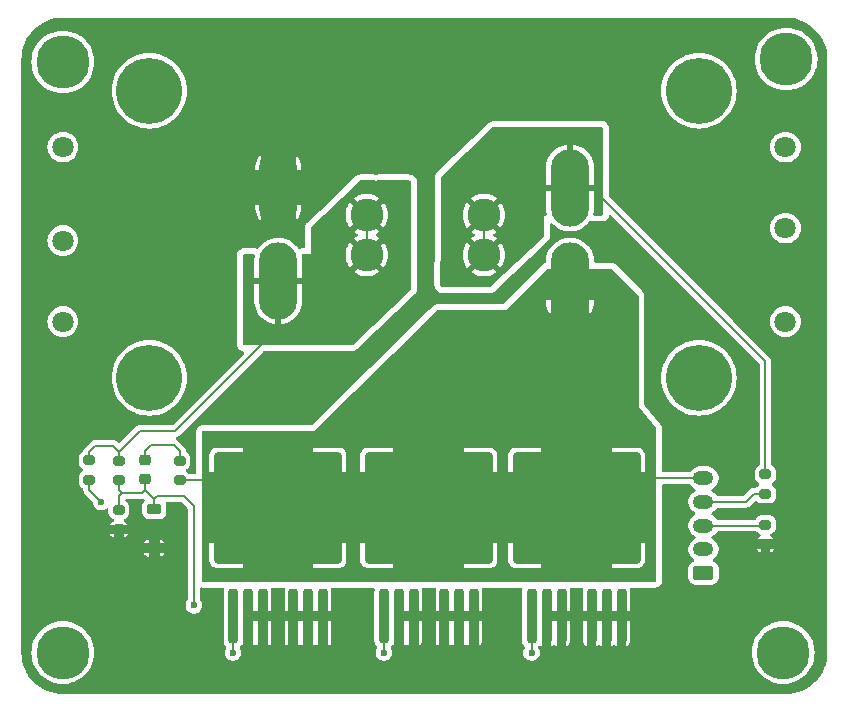
<source format=gbr>
%TF.GenerationSoftware,KiCad,Pcbnew,8.0.5*%
%TF.CreationDate,2025-05-09T00:08:28-04:00*%
%TF.ProjectId,precharge-electrium-f24,70726563-6861-4726-9765-2d656c656374,rev?*%
%TF.SameCoordinates,Original*%
%TF.FileFunction,Copper,L1,Top*%
%TF.FilePolarity,Positive*%
%FSLAX46Y46*%
G04 Gerber Fmt 4.6, Leading zero omitted, Abs format (unit mm)*
G04 Created by KiCad (PCBNEW 8.0.5) date 2025-05-09 00:08:28*
%MOMM*%
%LPD*%
G01*
G04 APERTURE LIST*
G04 Aperture macros list*
%AMRoundRect*
0 Rectangle with rounded corners*
0 $1 Rounding radius*
0 $2 $3 $4 $5 $6 $7 $8 $9 X,Y pos of 4 corners*
0 Add a 4 corners polygon primitive as box body*
4,1,4,$2,$3,$4,$5,$6,$7,$8,$9,$2,$3,0*
0 Add four circle primitives for the rounded corners*
1,1,$1+$1,$2,$3*
1,1,$1+$1,$4,$5*
1,1,$1+$1,$6,$7*
1,1,$1+$1,$8,$9*
0 Add four rect primitives between the rounded corners*
20,1,$1+$1,$2,$3,$4,$5,0*
20,1,$1+$1,$4,$5,$6,$7,0*
20,1,$1+$1,$6,$7,$8,$9,0*
20,1,$1+$1,$8,$9,$2,$3,0*%
G04 Aperture macros list end*
%TA.AperFunction,SMDPad,CuDef*%
%ADD10RoundRect,0.200000X-0.275000X0.200000X-0.275000X-0.200000X0.275000X-0.200000X0.275000X0.200000X0*%
%TD*%
%TA.AperFunction,SMDPad,CuDef*%
%ADD11RoundRect,0.200000X0.200000X-2.100000X0.200000X2.100000X-0.200000X2.100000X-0.200000X-2.100000X0*%
%TD*%
%TA.AperFunction,SMDPad,CuDef*%
%ADD12RoundRect,0.250002X5.149998X-4.449998X5.149998X4.449998X-5.149998X4.449998X-5.149998X-4.449998X0*%
%TD*%
%TA.AperFunction,SMDPad,CuDef*%
%ADD13RoundRect,0.225000X-0.375000X0.225000X-0.375000X-0.225000X0.375000X-0.225000X0.375000X0.225000X0*%
%TD*%
%TA.AperFunction,ComponentPad*%
%ADD14C,2.780000*%
%TD*%
%TA.AperFunction,ComponentPad*%
%ADD15RoundRect,0.250000X0.625000X-0.350000X0.625000X0.350000X-0.625000X0.350000X-0.625000X-0.350000X0*%
%TD*%
%TA.AperFunction,ComponentPad*%
%ADD16O,1.750000X1.200000*%
%TD*%
%TA.AperFunction,ComponentPad*%
%ADD17O,3.270000X6.540000*%
%TD*%
%TA.AperFunction,ComponentPad*%
%ADD18C,5.586000*%
%TD*%
%TA.AperFunction,ComponentPad*%
%ADD19C,1.800000*%
%TD*%
%TA.AperFunction,SMDPad,CuDef*%
%ADD20RoundRect,0.225000X-0.250000X0.225000X-0.250000X-0.225000X0.250000X-0.225000X0.250000X0.225000X0*%
%TD*%
%TA.AperFunction,ViaPad*%
%ADD21C,4.500000*%
%TD*%
%TA.AperFunction,ViaPad*%
%ADD22C,0.600000*%
%TD*%
%TA.AperFunction,Conductor*%
%ADD23C,0.200000*%
%TD*%
G04 APERTURE END LIST*
D10*
%TO.P,R3,1*%
%TO.N,VCC*%
X121250000Y-124975000D03*
%TO.P,R3,2*%
%TO.N,/NO*%
X121250000Y-126625000D03*
%TD*%
D11*
%TO.P,Q1,1,G*%
%TO.N,/SW*%
X133415000Y-138150000D03*
%TO.P,Q1,2,S*%
%TO.N,GND*%
X134685000Y-138150000D03*
%TO.P,Q1,3,S*%
X135955000Y-138150000D03*
D12*
%TO.P,Q1,4,D*%
%TO.N,OUT-*%
X137225000Y-129000000D03*
D11*
%TO.P,Q1,5,S*%
%TO.N,GND*%
X138495000Y-138150000D03*
%TO.P,Q1,6,S*%
X139765000Y-138150000D03*
%TO.P,Q1,7,S*%
X141035000Y-138150000D03*
%TD*%
D13*
%TO.P,D1,1,K*%
%TO.N,/SW*%
X126750000Y-129100000D03*
%TO.P,D1,2,A*%
%TO.N,GND*%
X126750000Y-132400000D03*
%TD*%
D11*
%TO.P,Q2,1,G*%
%TO.N,/SW*%
X146190000Y-138150000D03*
%TO.P,Q2,2,S*%
%TO.N,GND*%
X147460000Y-138150000D03*
%TO.P,Q2,3,S*%
X148730000Y-138150000D03*
D12*
%TO.P,Q2,4,D*%
%TO.N,OUT-*%
X150000000Y-129000000D03*
D11*
%TO.P,Q2,5,S*%
%TO.N,GND*%
X151270000Y-138150000D03*
%TO.P,Q2,6,S*%
X152540000Y-138150000D03*
%TO.P,Q2,7,S*%
X153810000Y-138150000D03*
%TD*%
D14*
%TO.P,F1,1,1*%
%TO.N,VCC*%
X144740000Y-104200000D03*
X144740000Y-107600000D03*
%TO.P,F1,2,2*%
%TO.N,OUT+*%
X154660000Y-104200000D03*
X154660000Y-107600000D03*
%TD*%
D15*
%TO.P,J3,1,Pin_1*%
%TO.N,/NO*%
X173250000Y-134500000D03*
D16*
%TO.P,J3,2,Pin_2*%
%TO.N,/SW*%
X173250000Y-132500000D03*
%TO.P,J3,3,Pin_3*%
%TO.N,/NC*%
X173250000Y-130500000D03*
%TO.P,J3,4,Pin_4*%
%TO.N,/+LED*%
X173250000Y-128500000D03*
%TO.P,J3,5,Pin_5*%
%TO.N,OUT-*%
X173250000Y-126500000D03*
%TD*%
D10*
%TO.P,R1,1*%
%TO.N,VCC*%
X123750000Y-125000000D03*
%TO.P,R1,2*%
%TO.N,/SW*%
X123750000Y-126650000D03*
%TD*%
%TO.P,R4,1*%
%TO.N,/NC*%
X178500000Y-130425000D03*
%TO.P,R4,2*%
%TO.N,GND*%
X178500000Y-132075000D03*
%TD*%
D17*
%TO.P,J1,1,P1*%
%TO.N,VCC*%
X137255000Y-109795000D03*
%TO.P,J1,2,P2*%
%TO.N,GND*%
X137255000Y-101895000D03*
D18*
%TO.P,J1,P1*%
%TO.N,N/C*%
X126335000Y-118000000D03*
%TO.P,J1,P2*%
X126335000Y-93690000D03*
D19*
%TO.P,J1,P3*%
X119015000Y-113235000D03*
%TO.P,J1,P4*%
X119015000Y-98455000D03*
%TO.P,J1,P5*%
X119015000Y-106375000D03*
%TD*%
D10*
%TO.P,R5,1*%
%TO.N,Net-(C1-Pad1)*%
X128900000Y-125025000D03*
%TO.P,R5,2*%
%TO.N,OUT-*%
X128900000Y-126675000D03*
%TD*%
D20*
%TO.P,C1,1*%
%TO.N,Net-(C1-Pad1)*%
X126000000Y-124975000D03*
%TO.P,C1,2*%
%TO.N,/SW*%
X126000000Y-126525000D03*
%TD*%
D10*
%TO.P,R2,1*%
%TO.N,/SW*%
X123750000Y-129175000D03*
%TO.P,R2,2*%
%TO.N,GND*%
X123750000Y-130825000D03*
%TD*%
D17*
%TO.P,J2,1,P1*%
%TO.N,OUT+*%
X161945000Y-101895000D03*
%TO.P,J2,2,P2*%
%TO.N,OUT-*%
X161945000Y-109795000D03*
D18*
%TO.P,J2,P1*%
%TO.N,N/C*%
X172865000Y-93690000D03*
%TO.P,J2,P2*%
X172865000Y-118000000D03*
D19*
%TO.P,J2,P3*%
X180185000Y-98455000D03*
%TO.P,J2,P4*%
X180185000Y-113235000D03*
%TO.P,J2,P5*%
X180185000Y-105315000D03*
%TD*%
D10*
%TO.P,R6,1*%
%TO.N,OUT+*%
X178500000Y-126175000D03*
%TO.P,R6,2*%
%TO.N,/+LED*%
X178500000Y-127825000D03*
%TD*%
D11*
%TO.P,Q3,1,G*%
%TO.N,/SW*%
X158690000Y-138150000D03*
%TO.P,Q3,2,S*%
%TO.N,GND*%
X159960000Y-138150000D03*
%TO.P,Q3,3,S*%
X161230000Y-138150000D03*
D12*
%TO.P,Q3,4,D*%
%TO.N,OUT-*%
X162500000Y-129000000D03*
D11*
%TO.P,Q3,5,S*%
%TO.N,GND*%
X163770000Y-138150000D03*
%TO.P,Q3,6,S*%
X165040000Y-138150000D03*
%TO.P,Q3,7,S*%
X166310000Y-138150000D03*
%TD*%
D21*
%TO.N,*%
X180000000Y-141250000D03*
X119000000Y-91250000D03*
X180250000Y-91000000D03*
X119000000Y-141250000D03*
D22*
%TO.N,/SW*%
X158690000Y-141250000D03*
X146190000Y-141250000D03*
X133415000Y-141250000D03*
X130100000Y-137250000D03*
%TO.N,GND*%
X139500000Y-88500000D03*
X121500000Y-121500000D03*
X130500000Y-103500000D03*
X145500000Y-94500000D03*
X133500000Y-106500000D03*
X136500000Y-94500000D03*
X127500000Y-109500000D03*
X121500000Y-118500000D03*
X178500000Y-106500000D03*
X175500000Y-97500000D03*
X121500000Y-97500000D03*
X178500000Y-133500000D03*
X121500000Y-130500000D03*
X147500000Y-113250000D03*
X156250000Y-140250000D03*
X124500000Y-103500000D03*
X121500000Y-103500000D03*
X178500000Y-94500000D03*
X181500000Y-100500000D03*
X138750000Y-117750000D03*
X127500000Y-100500000D03*
X118500000Y-100500000D03*
X175500000Y-109500000D03*
X151500000Y-94500000D03*
X121500000Y-100500000D03*
X172500000Y-103500000D03*
X172500000Y-88500000D03*
X172500000Y-97500000D03*
X175500000Y-121500000D03*
X121500000Y-109500000D03*
X127500000Y-133500000D03*
X133500000Y-97500000D03*
X181500000Y-94500000D03*
X178500000Y-109500000D03*
X142500000Y-94500000D03*
X130500000Y-109500000D03*
X147750000Y-143750000D03*
X181500000Y-124500000D03*
X130500000Y-88500000D03*
X172500000Y-121500000D03*
X143500000Y-140250000D03*
X127500000Y-136500000D03*
X121500000Y-115500000D03*
X124500000Y-112500000D03*
X178500000Y-97500000D03*
X178500000Y-112500000D03*
X169500000Y-88500000D03*
X121500000Y-106500000D03*
X121500000Y-94500000D03*
X181500000Y-121500000D03*
X141250000Y-117750000D03*
X133500000Y-103500000D03*
X175500000Y-136500000D03*
X127500000Y-121500000D03*
X127500000Y-106500000D03*
X166500000Y-100500000D03*
X145500000Y-88500000D03*
X172500000Y-100500000D03*
X118500000Y-109500000D03*
X169250000Y-109750000D03*
X136500000Y-91500000D03*
X181500000Y-103500000D03*
X148500000Y-94500000D03*
X169500000Y-97500000D03*
X127500000Y-97500000D03*
X157500000Y-139500000D03*
X139000000Y-143750000D03*
X163500000Y-91500000D03*
X175500000Y-124500000D03*
X156250000Y-137750000D03*
X148500000Y-88500000D03*
X156000000Y-143750000D03*
X142500000Y-97500000D03*
X124500000Y-106500000D03*
X166500000Y-106500000D03*
X137500000Y-119250000D03*
X127500000Y-112500000D03*
X130500000Y-94500000D03*
X143500000Y-137750000D03*
X167500000Y-143750000D03*
X166500000Y-91500000D03*
X142500000Y-100500000D03*
X181500000Y-109500000D03*
X134750000Y-119250000D03*
X154500000Y-91500000D03*
X144750000Y-143750000D03*
X121500000Y-112500000D03*
X118500000Y-103500000D03*
X118500000Y-133500000D03*
X140000000Y-119250000D03*
X178500000Y-103500000D03*
X175500000Y-139500000D03*
X163500000Y-94500000D03*
X133500000Y-88500000D03*
X169500000Y-103500000D03*
X181500000Y-130500000D03*
X157500000Y-136500000D03*
X145500000Y-100500000D03*
X169500000Y-100500000D03*
X164750000Y-143750000D03*
X139500000Y-100500000D03*
X155250000Y-139250000D03*
X172500000Y-112500000D03*
X148500000Y-100500000D03*
X157500000Y-88500000D03*
X141750000Y-143750000D03*
X166500000Y-88500000D03*
X124500000Y-97500000D03*
X142500000Y-136500000D03*
X133500000Y-94500000D03*
X160500000Y-91500000D03*
X157500000Y-91500000D03*
X133500000Y-143750000D03*
X154500000Y-88500000D03*
X142500000Y-88500000D03*
X118500000Y-115500000D03*
X139500000Y-91500000D03*
X133500000Y-100500000D03*
X144500000Y-136500000D03*
X153250000Y-143750000D03*
X124500000Y-109500000D03*
X145500000Y-97500000D03*
X144500000Y-139000000D03*
X175500000Y-103500000D03*
X136250000Y-143750000D03*
X172500000Y-106500000D03*
X130500000Y-97500000D03*
X121500000Y-133500000D03*
X124500000Y-136500000D03*
X160500000Y-94500000D03*
X155250000Y-136500000D03*
X181500000Y-115500000D03*
X148500000Y-97500000D03*
X118500000Y-118500000D03*
X160500000Y-88500000D03*
X181500000Y-133500000D03*
X133500000Y-91500000D03*
X127500000Y-88500000D03*
X138750000Y-120750000D03*
X151500000Y-91500000D03*
X139500000Y-94500000D03*
X178500000Y-100500000D03*
X139500000Y-97500000D03*
X175500000Y-142500000D03*
X124500000Y-139500000D03*
X157500000Y-94500000D03*
X127500000Y-130500000D03*
X181500000Y-118500000D03*
X172500000Y-142500000D03*
X130500000Y-106500000D03*
X130500000Y-143750000D03*
X136250000Y-120750000D03*
X159000000Y-143750000D03*
X148500000Y-91500000D03*
X181500000Y-136500000D03*
X175500000Y-88500000D03*
X130500000Y-100500000D03*
X136500000Y-88500000D03*
X151500000Y-88500000D03*
X150500000Y-143750000D03*
X118500000Y-130500000D03*
X124500000Y-88500000D03*
X130500000Y-91500000D03*
X136250000Y-117750000D03*
X130500000Y-112500000D03*
X118500000Y-94500000D03*
X136500000Y-97500000D03*
X142500000Y-139500000D03*
X118500000Y-127500000D03*
X181500000Y-127500000D03*
X163500000Y-88500000D03*
X118500000Y-136500000D03*
X154500000Y-94500000D03*
X172500000Y-124500000D03*
X133000000Y-120750000D03*
X124500000Y-121500000D03*
X166500000Y-97500000D03*
X127500000Y-142500000D03*
X175500000Y-127500000D03*
X142500000Y-91500000D03*
X175500000Y-133500000D03*
X178500000Y-136500000D03*
X118500000Y-121500000D03*
X144500000Y-116000000D03*
X124500000Y-142500000D03*
X124500000Y-100500000D03*
X166500000Y-94500000D03*
X175500000Y-100500000D03*
X170000000Y-112500000D03*
X118500000Y-124500000D03*
X124500000Y-133500000D03*
X175500000Y-106500000D03*
X121500000Y-136500000D03*
X127500000Y-103500000D03*
X162000000Y-143750000D03*
X145500000Y-91500000D03*
%TO.N,/NO*%
X122250000Y-128500000D03*
%TD*%
D23*
%TO.N,/SW*%
X158690000Y-141250000D02*
X158690000Y-141410000D01*
X146190000Y-141310000D02*
X146210000Y-141310000D01*
X124000000Y-127750000D02*
X123750000Y-128000000D01*
X123750000Y-126650000D02*
X123750000Y-127500000D01*
X146190000Y-138150000D02*
X146190000Y-141250000D01*
X125750000Y-127750000D02*
X126000000Y-127500000D01*
X126750000Y-128250000D02*
X127000000Y-128000000D01*
X158690000Y-141410000D02*
X158710000Y-141410000D01*
X158690000Y-138150000D02*
X158690000Y-141250000D01*
X127000000Y-128000000D02*
X129250000Y-128000000D01*
X133415000Y-141250000D02*
X133415000Y-141285000D01*
X126000000Y-127500000D02*
X126000000Y-126525000D01*
X133415000Y-141285000D02*
X133415000Y-141315000D01*
X123750000Y-127500000D02*
X124000000Y-127750000D01*
X123750000Y-128000000D02*
X123750000Y-129175000D01*
X129250000Y-128000000D02*
X130100000Y-128850000D01*
X130100000Y-128850000D02*
X130100000Y-137250000D01*
X133415000Y-138150000D02*
X133415000Y-141250000D01*
X146190000Y-141250000D02*
X146190000Y-141310000D01*
X124000000Y-127750000D02*
X125750000Y-127750000D01*
X126000000Y-127500000D02*
X126750000Y-128250000D01*
X126750000Y-128250000D02*
X126750000Y-129100000D01*
%TO.N,Net-(C1-Pad1)*%
X128400000Y-123650000D02*
X128900000Y-124150000D01*
X128900000Y-124150000D02*
X128900000Y-125025000D01*
X126000000Y-124975000D02*
X126000000Y-124150000D01*
X126500000Y-123650000D02*
X128400000Y-123650000D01*
X126000000Y-124150000D02*
X126500000Y-123650000D01*
%TO.N,VCC*%
X121250000Y-124250000D02*
X121250000Y-124975000D01*
X144740000Y-104200000D02*
X144740000Y-107600000D01*
X123750000Y-125000000D02*
X123750000Y-124250000D01*
X125500000Y-122500000D02*
X128500000Y-122500000D01*
X137255000Y-113745000D02*
X137255000Y-109795000D01*
X123250000Y-123750000D02*
X121750000Y-123750000D01*
X123750000Y-124250000D02*
X123250000Y-123750000D01*
X128500000Y-122500000D02*
X137255000Y-113745000D01*
X121750000Y-123750000D02*
X121250000Y-124250000D01*
X123750000Y-124250000D02*
X125500000Y-122500000D01*
%TO.N,/NC*%
X178425000Y-130500000D02*
X178500000Y-130425000D01*
X173250000Y-130500000D02*
X178425000Y-130500000D01*
%TO.N,/+LED*%
X176825000Y-128500000D02*
X177500000Y-127825000D01*
X173250000Y-128500000D02*
X176825000Y-128500000D01*
X177500000Y-127825000D02*
X178500000Y-127825000D01*
%TO.N,/NO*%
X121250000Y-127500000D02*
X121250000Y-126625000D01*
X122250000Y-128500000D02*
X121250000Y-127500000D01*
%TO.N,OUT+*%
X163795000Y-101895000D02*
X161580000Y-101895000D01*
X178500000Y-116600000D02*
X163795000Y-101895000D01*
X178500000Y-126175000D02*
X178500000Y-116600000D01*
X154660000Y-107600000D02*
X154660000Y-104200000D01*
%TO.N,OUT-*%
X165350000Y-126500000D02*
X165275000Y-126575000D01*
X128900000Y-126675000D02*
X134350000Y-126675000D01*
X134350000Y-126675000D02*
X134450000Y-126575000D01*
X173250000Y-126500000D02*
X165350000Y-126500000D01*
%TD*%
%TA.AperFunction,Conductor*%
%TO.N,OUT-*%
G36*
X161310000Y-111837542D02*
G01*
X161334403Y-111960223D01*
X161382271Y-112075785D01*
X161451764Y-112179789D01*
X161540211Y-112268236D01*
X161644215Y-112337729D01*
X161759777Y-112385597D01*
X161882458Y-112410000D01*
X162007542Y-112410000D01*
X162130223Y-112385597D01*
X162245785Y-112337729D01*
X162349789Y-112268236D01*
X162438236Y-112179789D01*
X162507729Y-112075785D01*
X162555597Y-111960223D01*
X162580000Y-111837542D01*
X162580000Y-108750000D01*
X164023000Y-108750000D01*
X165448638Y-108750000D01*
X165515677Y-108769685D01*
X165536319Y-108786319D01*
X167713681Y-110963681D01*
X167747166Y-111025004D01*
X167750000Y-111051362D01*
X167750000Y-120500000D01*
X169220148Y-122215173D01*
X169248831Y-122278883D01*
X169250000Y-122295870D01*
X169250000Y-135126000D01*
X169230315Y-135193039D01*
X169177511Y-135238794D01*
X169126000Y-135250000D01*
X130874000Y-135250000D01*
X130806961Y-135230315D01*
X130761206Y-135177511D01*
X130750000Y-135126000D01*
X130750000Y-133515647D01*
X131425000Y-133515647D01*
X131427899Y-133552487D01*
X131427900Y-133552493D01*
X131473717Y-133710192D01*
X131473718Y-133710195D01*
X131557315Y-133851551D01*
X131557322Y-133851560D01*
X131673439Y-133967677D01*
X131673448Y-133967684D01*
X131814804Y-134051281D01*
X131814807Y-134051282D01*
X131972506Y-134097099D01*
X131972512Y-134097100D01*
X132009352Y-134099999D01*
X132009368Y-134100000D01*
X134225000Y-134100000D01*
X140225000Y-134100000D01*
X142440632Y-134100000D01*
X142440647Y-134099999D01*
X142477487Y-134097100D01*
X142477493Y-134097099D01*
X142635192Y-134051282D01*
X142635195Y-134051281D01*
X142776551Y-133967684D01*
X142776560Y-133967677D01*
X142892677Y-133851560D01*
X142892684Y-133851551D01*
X142976281Y-133710195D01*
X142976282Y-133710192D01*
X143022099Y-133552493D01*
X143022100Y-133552487D01*
X143024999Y-133515647D01*
X144200000Y-133515647D01*
X144202899Y-133552487D01*
X144202900Y-133552493D01*
X144248717Y-133710192D01*
X144248718Y-133710195D01*
X144332315Y-133851551D01*
X144332322Y-133851560D01*
X144448439Y-133967677D01*
X144448448Y-133967684D01*
X144589804Y-134051281D01*
X144589807Y-134051282D01*
X144747506Y-134097099D01*
X144747512Y-134097100D01*
X144784352Y-134099999D01*
X144784368Y-134100000D01*
X147000000Y-134100000D01*
X153000000Y-134100000D01*
X155215632Y-134100000D01*
X155215647Y-134099999D01*
X155252487Y-134097100D01*
X155252493Y-134097099D01*
X155410192Y-134051282D01*
X155410195Y-134051281D01*
X155551551Y-133967684D01*
X155551560Y-133967677D01*
X155667677Y-133851560D01*
X155667684Y-133851551D01*
X155751281Y-133710195D01*
X155751282Y-133710192D01*
X155797099Y-133552493D01*
X155797100Y-133552487D01*
X155799999Y-133515647D01*
X156700000Y-133515647D01*
X156702899Y-133552487D01*
X156702900Y-133552493D01*
X156748717Y-133710192D01*
X156748718Y-133710195D01*
X156832315Y-133851551D01*
X156832322Y-133851560D01*
X156948439Y-133967677D01*
X156948448Y-133967684D01*
X157089804Y-134051281D01*
X157089807Y-134051282D01*
X157247506Y-134097099D01*
X157247512Y-134097100D01*
X157284352Y-134099999D01*
X157284368Y-134100000D01*
X159500000Y-134100000D01*
X165500000Y-134100000D01*
X167715632Y-134100000D01*
X167715647Y-134099999D01*
X167752487Y-134097100D01*
X167752493Y-134097099D01*
X167910192Y-134051282D01*
X167910195Y-134051281D01*
X168051551Y-133967684D01*
X168051560Y-133967677D01*
X168167677Y-133851560D01*
X168167684Y-133851551D01*
X168251281Y-133710195D01*
X168251282Y-133710192D01*
X168297099Y-133552493D01*
X168297100Y-133552487D01*
X168299999Y-133515647D01*
X168300000Y-133515632D01*
X168300000Y-132000000D01*
X165500000Y-132000000D01*
X165500000Y-134100000D01*
X159500000Y-134100000D01*
X159500000Y-132000000D01*
X156700000Y-132000000D01*
X156700000Y-133515647D01*
X155799999Y-133515647D01*
X155800000Y-133515632D01*
X155800000Y-132000000D01*
X153000000Y-132000000D01*
X153000000Y-134100000D01*
X147000000Y-134100000D01*
X147000000Y-132000000D01*
X144200000Y-132000000D01*
X144200000Y-133515647D01*
X143024999Y-133515647D01*
X143025000Y-133515632D01*
X143025000Y-132000000D01*
X140225000Y-132000000D01*
X140225000Y-134100000D01*
X134225000Y-134100000D01*
X134225000Y-132000000D01*
X131425000Y-132000000D01*
X131425000Y-133515647D01*
X130750000Y-133515647D01*
X130750000Y-124484352D01*
X131425000Y-124484352D01*
X131425000Y-126000000D01*
X134225000Y-126000000D01*
X140225000Y-126000000D01*
X143025000Y-126000000D01*
X143025000Y-124484367D01*
X143024999Y-124484352D01*
X144200000Y-124484352D01*
X144200000Y-126000000D01*
X147000000Y-126000000D01*
X153000000Y-126000000D01*
X155800000Y-126000000D01*
X155800000Y-124484367D01*
X155799999Y-124484352D01*
X156700000Y-124484352D01*
X156700000Y-126000000D01*
X159500000Y-126000000D01*
X165500000Y-126000000D01*
X168300000Y-126000000D01*
X168300000Y-124484367D01*
X168299999Y-124484352D01*
X168297100Y-124447512D01*
X168297099Y-124447506D01*
X168251282Y-124289807D01*
X168251281Y-124289804D01*
X168167684Y-124148448D01*
X168167677Y-124148439D01*
X168051560Y-124032322D01*
X168051551Y-124032315D01*
X167910195Y-123948718D01*
X167910192Y-123948717D01*
X167752493Y-123902900D01*
X167752487Y-123902899D01*
X167715647Y-123900000D01*
X165500000Y-123900000D01*
X165500000Y-126000000D01*
X159500000Y-126000000D01*
X159500000Y-123900000D01*
X157284352Y-123900000D01*
X157247512Y-123902899D01*
X157247506Y-123902900D01*
X157089807Y-123948717D01*
X157089804Y-123948718D01*
X156948448Y-124032315D01*
X156948439Y-124032322D01*
X156832322Y-124148439D01*
X156832315Y-124148448D01*
X156748718Y-124289804D01*
X156748717Y-124289807D01*
X156702900Y-124447506D01*
X156702899Y-124447512D01*
X156700000Y-124484352D01*
X155799999Y-124484352D01*
X155797100Y-124447512D01*
X155797099Y-124447506D01*
X155751282Y-124289807D01*
X155751281Y-124289804D01*
X155667684Y-124148448D01*
X155667677Y-124148439D01*
X155551560Y-124032322D01*
X155551551Y-124032315D01*
X155410195Y-123948718D01*
X155410192Y-123948717D01*
X155252493Y-123902900D01*
X155252487Y-123902899D01*
X155215647Y-123900000D01*
X153000000Y-123900000D01*
X153000000Y-126000000D01*
X147000000Y-126000000D01*
X147000000Y-123900000D01*
X144784352Y-123900000D01*
X144747512Y-123902899D01*
X144747506Y-123902900D01*
X144589807Y-123948717D01*
X144589804Y-123948718D01*
X144448448Y-124032315D01*
X144448439Y-124032322D01*
X144332322Y-124148439D01*
X144332315Y-124148448D01*
X144248718Y-124289804D01*
X144248717Y-124289807D01*
X144202900Y-124447506D01*
X144202899Y-124447512D01*
X144200000Y-124484352D01*
X143024999Y-124484352D01*
X143022100Y-124447512D01*
X143022099Y-124447506D01*
X142976282Y-124289807D01*
X142976281Y-124289804D01*
X142892684Y-124148448D01*
X142892677Y-124148439D01*
X142776560Y-124032322D01*
X142776551Y-124032315D01*
X142635195Y-123948718D01*
X142635192Y-123948717D01*
X142477493Y-123902900D01*
X142477487Y-123902899D01*
X142440647Y-123900000D01*
X140225000Y-123900000D01*
X140225000Y-126000000D01*
X134225000Y-126000000D01*
X134225000Y-123900000D01*
X132009352Y-123900000D01*
X131972512Y-123902899D01*
X131972506Y-123902900D01*
X131814807Y-123948717D01*
X131814804Y-123948718D01*
X131673448Y-124032315D01*
X131673439Y-124032322D01*
X131557322Y-124148439D01*
X131557315Y-124148448D01*
X131473718Y-124289804D01*
X131473717Y-124289807D01*
X131427900Y-124447506D01*
X131427899Y-124447512D01*
X131425000Y-124484352D01*
X130750000Y-124484352D01*
X130750000Y-122624000D01*
X130769685Y-122556961D01*
X130822489Y-122511206D01*
X130874000Y-122500000D01*
X140249999Y-122500000D01*
X140250000Y-122500000D01*
X150348359Y-112642078D01*
X150713871Y-112285269D01*
X150775594Y-112252525D01*
X150800490Y-112250000D01*
X156500000Y-112250000D01*
X157186612Y-111563388D01*
X159910000Y-111563388D01*
X159944820Y-111827859D01*
X160013863Y-112085535D01*
X160115946Y-112331985D01*
X160115951Y-112331996D01*
X160249324Y-112563003D01*
X160249336Y-112563021D01*
X160309999Y-112642078D01*
X160310000Y-112642078D01*
X163580000Y-112642078D01*
X163640663Y-112563021D01*
X163640675Y-112563003D01*
X163774048Y-112331996D01*
X163774053Y-112331985D01*
X163876136Y-112085535D01*
X163945179Y-111827859D01*
X163979999Y-111563388D01*
X163980000Y-111563374D01*
X163980000Y-111430000D01*
X163580000Y-111430000D01*
X163580000Y-112642078D01*
X160310000Y-112642078D01*
X160310000Y-111430000D01*
X159910000Y-111430000D01*
X159910000Y-111563388D01*
X157186612Y-111563388D01*
X160000000Y-108750000D01*
X161310000Y-108750000D01*
X161310000Y-111837542D01*
G37*
%TD.AperFunction*%
%TD*%
%TA.AperFunction,Conductor*%
%TO.N,VCC*%
G36*
X145239554Y-101256958D02*
G01*
X145320745Y-101285368D01*
X145320750Y-101285369D01*
X145499996Y-101305565D01*
X145500000Y-101305565D01*
X145500004Y-101305565D01*
X145679249Y-101285369D01*
X145679252Y-101285368D01*
X145679255Y-101285368D01*
X145760446Y-101256957D01*
X145801401Y-101250000D01*
X148198599Y-101250000D01*
X148239554Y-101256958D01*
X148320745Y-101285368D01*
X148320749Y-101285369D01*
X148389883Y-101293158D01*
X148454297Y-101320224D01*
X148493852Y-101377818D01*
X148500000Y-101416378D01*
X148500000Y-110446765D01*
X148480315Y-110513804D01*
X148461405Y-110536665D01*
X143630527Y-115126000D01*
X143535895Y-115215900D01*
X143473734Y-115247802D01*
X143450490Y-115250000D01*
X134374000Y-115250000D01*
X134306961Y-115230315D01*
X134261206Y-115177511D01*
X134250000Y-115126000D01*
X134250000Y-107624000D01*
X134269685Y-107556961D01*
X134322489Y-107511206D01*
X134374000Y-107500000D01*
X135163460Y-107500000D01*
X135230499Y-107519685D01*
X135276254Y-107572489D01*
X135286198Y-107641647D01*
X135283235Y-107656093D01*
X135254820Y-107762139D01*
X135220000Y-108026611D01*
X135220000Y-109545000D01*
X136620000Y-109545000D01*
X136620000Y-110045000D01*
X135220000Y-110045000D01*
X135220000Y-111563388D01*
X135254820Y-111827859D01*
X135323863Y-112085535D01*
X135425946Y-112331985D01*
X135425951Y-112331996D01*
X135559324Y-112563003D01*
X135559335Y-112563019D01*
X135721721Y-112774645D01*
X135721727Y-112774652D01*
X135910347Y-112963272D01*
X135910354Y-112963278D01*
X136121980Y-113125664D01*
X136121996Y-113125675D01*
X136353003Y-113259048D01*
X136353014Y-113259053D01*
X136599464Y-113361136D01*
X136857136Y-113430178D01*
X136857149Y-113430181D01*
X137005000Y-113449646D01*
X137005000Y-112358765D01*
X137069777Y-112385597D01*
X137192458Y-112410000D01*
X137317542Y-112410000D01*
X137440223Y-112385597D01*
X137505000Y-112358765D01*
X137505000Y-113449645D01*
X137652850Y-113430181D01*
X137652863Y-113430178D01*
X137910535Y-113361136D01*
X138156985Y-113259053D01*
X138156996Y-113259048D01*
X138388003Y-113125675D01*
X138388019Y-113125664D01*
X138599645Y-112963278D01*
X138599652Y-112963272D01*
X138788272Y-112774652D01*
X138788278Y-112774645D01*
X138950664Y-112563019D01*
X138950675Y-112563003D01*
X139084048Y-112331996D01*
X139084053Y-112331985D01*
X139186136Y-112085535D01*
X139255179Y-111827859D01*
X139289999Y-111563388D01*
X139290000Y-111563374D01*
X139290000Y-110045000D01*
X137890000Y-110045000D01*
X137890000Y-109545000D01*
X139290000Y-109545000D01*
X139290000Y-108026625D01*
X139289999Y-108026611D01*
X139255179Y-107762139D01*
X139226765Y-107656093D01*
X139228428Y-107586243D01*
X139267591Y-107528381D01*
X139331819Y-107500877D01*
X139346540Y-107500000D01*
X140000000Y-107500000D01*
X140000000Y-105303577D01*
X140019685Y-105236538D01*
X140039015Y-105213280D01*
X141115630Y-104199995D01*
X142944981Y-104199995D01*
X142944981Y-104200004D01*
X142965028Y-104467524D01*
X142965029Y-104467529D01*
X143024725Y-104729077D01*
X143024731Y-104729096D01*
X143122744Y-104978830D01*
X143256885Y-105211169D01*
X143309411Y-105277034D01*
X143956732Y-104629713D01*
X144048692Y-104767342D01*
X144172658Y-104891308D01*
X144310285Y-104983266D01*
X143662045Y-105631505D01*
X143842495Y-105754534D01*
X143912569Y-105788280D01*
X143964428Y-105835103D01*
X143982741Y-105902530D01*
X143961693Y-105969154D01*
X143912569Y-106011720D01*
X143842494Y-106045466D01*
X143842490Y-106045468D01*
X143662045Y-106168493D01*
X144310285Y-106816732D01*
X144172658Y-106908692D01*
X144048692Y-107032658D01*
X143956733Y-107170285D01*
X143309411Y-106522964D01*
X143256886Y-106588829D01*
X143122744Y-106821169D01*
X143024731Y-107070903D01*
X143024725Y-107070922D01*
X142965029Y-107332470D01*
X142965028Y-107332475D01*
X142944981Y-107599995D01*
X142944981Y-107600004D01*
X142965028Y-107867524D01*
X142965029Y-107867529D01*
X143024725Y-108129077D01*
X143024731Y-108129096D01*
X143122744Y-108378830D01*
X143256885Y-108611169D01*
X143309411Y-108677034D01*
X143956732Y-108029713D01*
X144048692Y-108167342D01*
X144172658Y-108291308D01*
X144310285Y-108383266D01*
X143662045Y-109031505D01*
X143842497Y-109154535D01*
X143842499Y-109154536D01*
X144084203Y-109270934D01*
X144084201Y-109270934D01*
X144340562Y-109350011D01*
X144340568Y-109350012D01*
X144605852Y-109389999D01*
X144605859Y-109390000D01*
X144874141Y-109390000D01*
X144874147Y-109389999D01*
X145139431Y-109350012D01*
X145139437Y-109350011D01*
X145395797Y-109270934D01*
X145637507Y-109154533D01*
X145817953Y-109031505D01*
X145169714Y-108383267D01*
X145307342Y-108291308D01*
X145431308Y-108167342D01*
X145523266Y-108029714D01*
X146170587Y-108677035D01*
X146170588Y-108677035D01*
X146223108Y-108611177D01*
X146223114Y-108611168D01*
X146357255Y-108378830D01*
X146455268Y-108129096D01*
X146455274Y-108129077D01*
X146514970Y-107867529D01*
X146514971Y-107867524D01*
X146535019Y-107600004D01*
X146535019Y-107599995D01*
X146514971Y-107332475D01*
X146514970Y-107332470D01*
X146455274Y-107070922D01*
X146455268Y-107070903D01*
X146357255Y-106821169D01*
X146223111Y-106588826D01*
X146170588Y-106522963D01*
X145523266Y-107170284D01*
X145431308Y-107032658D01*
X145307342Y-106908692D01*
X145169714Y-106816732D01*
X145817953Y-106168493D01*
X145637512Y-106045470D01*
X145637502Y-106045463D01*
X145567432Y-106011720D01*
X145515572Y-105964898D01*
X145497259Y-105897471D01*
X145518307Y-105830847D01*
X145567432Y-105788280D01*
X145637507Y-105754533D01*
X145817953Y-105631505D01*
X145169714Y-104983267D01*
X145307342Y-104891308D01*
X145431308Y-104767342D01*
X145523266Y-104629714D01*
X146170587Y-105277035D01*
X146170588Y-105277035D01*
X146223108Y-105211177D01*
X146223114Y-105211168D01*
X146357255Y-104978830D01*
X146455268Y-104729096D01*
X146455274Y-104729077D01*
X146514970Y-104467529D01*
X146514971Y-104467524D01*
X146535019Y-104200004D01*
X146535019Y-104199995D01*
X146514971Y-103932475D01*
X146514970Y-103932470D01*
X146455274Y-103670922D01*
X146455268Y-103670903D01*
X146357255Y-103421169D01*
X146223111Y-103188826D01*
X146170588Y-103122963D01*
X145523266Y-103770284D01*
X145431308Y-103632658D01*
X145307342Y-103508692D01*
X145169714Y-103416732D01*
X145817953Y-102768493D01*
X145637512Y-102645470D01*
X145637502Y-102645463D01*
X145395796Y-102529065D01*
X145395798Y-102529065D01*
X145139437Y-102449988D01*
X145139431Y-102449987D01*
X144874147Y-102410000D01*
X144605852Y-102410000D01*
X144340568Y-102449987D01*
X144340562Y-102449988D01*
X144084202Y-102529065D01*
X143842499Y-102645463D01*
X143842490Y-102645468D01*
X143662045Y-102768493D01*
X144310285Y-103416732D01*
X144172658Y-103508692D01*
X144048692Y-103632658D01*
X143956733Y-103770285D01*
X143309411Y-103122964D01*
X143256886Y-103188829D01*
X143122744Y-103421169D01*
X143024731Y-103670903D01*
X143024725Y-103670922D01*
X142965029Y-103932470D01*
X142965028Y-103932475D01*
X142944981Y-104199995D01*
X141115630Y-104199995D01*
X144214191Y-101283703D01*
X144276500Y-101252091D01*
X144299176Y-101250000D01*
X145198599Y-101250000D01*
X145239554Y-101256958D01*
G37*
%TD.AperFunction*%
%TD*%
%TA.AperFunction,Conductor*%
%TO.N,GND*%
G36*
X180253032Y-87500648D02*
G01*
X180586929Y-87517052D01*
X180599037Y-87518245D01*
X180702146Y-87533539D01*
X180926699Y-87566849D01*
X180938617Y-87569219D01*
X181259951Y-87649709D01*
X181271588Y-87653240D01*
X181342806Y-87678722D01*
X181583467Y-87764832D01*
X181594688Y-87769479D01*
X181894163Y-87911120D01*
X181904871Y-87916844D01*
X182188988Y-88087137D01*
X182199106Y-88093897D01*
X182465170Y-88291224D01*
X182474576Y-88298944D01*
X182720013Y-88521395D01*
X182728604Y-88529986D01*
X182857151Y-88671816D01*
X182951055Y-88775423D01*
X182958775Y-88784829D01*
X183156102Y-89050893D01*
X183162862Y-89061011D01*
X183291776Y-89276092D01*
X183333148Y-89345116D01*
X183338885Y-89355848D01*
X183480514Y-89655297D01*
X183485170Y-89666540D01*
X183596759Y-89978411D01*
X183600292Y-89990055D01*
X183680777Y-90311369D01*
X183683151Y-90323305D01*
X183731754Y-90650962D01*
X183732947Y-90663071D01*
X183749351Y-90996966D01*
X183749500Y-91003051D01*
X183749500Y-141246948D01*
X183749351Y-141253033D01*
X183732947Y-141586928D01*
X183731754Y-141599037D01*
X183683151Y-141926694D01*
X183680777Y-141938630D01*
X183600292Y-142259944D01*
X183596759Y-142271588D01*
X183485170Y-142583459D01*
X183480514Y-142594702D01*
X183338885Y-142894151D01*
X183333148Y-142904883D01*
X183162862Y-143188988D01*
X183156102Y-143199106D01*
X182958775Y-143465170D01*
X182951055Y-143474576D01*
X182728611Y-143720006D01*
X182720006Y-143728611D01*
X182474576Y-143951055D01*
X182465170Y-143958775D01*
X182199106Y-144156102D01*
X182188988Y-144162862D01*
X181904883Y-144333148D01*
X181894151Y-144338885D01*
X181594702Y-144480514D01*
X181583459Y-144485170D01*
X181271588Y-144596759D01*
X181259944Y-144600292D01*
X180938630Y-144680777D01*
X180926694Y-144683151D01*
X180599037Y-144731754D01*
X180586928Y-144732947D01*
X180271989Y-144748419D01*
X180253031Y-144749351D01*
X180246949Y-144749500D01*
X119003051Y-144749500D01*
X118996968Y-144749351D01*
X118976900Y-144748365D01*
X118663071Y-144732947D01*
X118650962Y-144731754D01*
X118323305Y-144683151D01*
X118311369Y-144680777D01*
X117990055Y-144600292D01*
X117978411Y-144596759D01*
X117666540Y-144485170D01*
X117655301Y-144480515D01*
X117355844Y-144338883D01*
X117345121Y-144333150D01*
X117061011Y-144162862D01*
X117050893Y-144156102D01*
X116784829Y-143958775D01*
X116775423Y-143951055D01*
X116703629Y-143885985D01*
X116529986Y-143728604D01*
X116521395Y-143720013D01*
X116298944Y-143474576D01*
X116291224Y-143465170D01*
X116093897Y-143199106D01*
X116087137Y-143188988D01*
X115916844Y-142904871D01*
X115911120Y-142894163D01*
X115769479Y-142594688D01*
X115764829Y-142583459D01*
X115729240Y-142483995D01*
X115653240Y-142271588D01*
X115649707Y-142259944D01*
X115640958Y-142225015D01*
X115569219Y-141938617D01*
X115566848Y-141926694D01*
X115564340Y-141909789D01*
X115518245Y-141599037D01*
X115517052Y-141586927D01*
X115500649Y-141253032D01*
X115500575Y-141250000D01*
X116344655Y-141250000D01*
X116364014Y-141570060D01*
X116364014Y-141570065D01*
X116364015Y-141570066D01*
X116421814Y-141885466D01*
X116421815Y-141885470D01*
X116421816Y-141885474D01*
X116517202Y-142191580D01*
X116517208Y-142191595D01*
X116648806Y-142483995D01*
X116648807Y-142483996D01*
X116648809Y-142484000D01*
X116708934Y-142583459D01*
X116814692Y-142758405D01*
X117012448Y-143010822D01*
X117239177Y-143237551D01*
X117239181Y-143237554D01*
X117491592Y-143435306D01*
X117766000Y-143601191D01*
X118058402Y-143732791D01*
X118058411Y-143732793D01*
X118058419Y-143732797D01*
X118297895Y-143807420D01*
X118364534Y-143828186D01*
X118679934Y-143885985D01*
X119000000Y-143905345D01*
X119320066Y-143885985D01*
X119635466Y-143828186D01*
X119808320Y-143774322D01*
X119941580Y-143732797D01*
X119941584Y-143732795D01*
X119941598Y-143732791D01*
X120234000Y-143601191D01*
X120508408Y-143435306D01*
X120760819Y-143237554D01*
X120987554Y-143010819D01*
X121185306Y-142758408D01*
X121351191Y-142484000D01*
X121482791Y-142191598D01*
X121578186Y-141885466D01*
X121635985Y-141570066D01*
X121655345Y-141250000D01*
X121635985Y-140929934D01*
X121578186Y-140614534D01*
X121540032Y-140492093D01*
X121482797Y-140308419D01*
X121482793Y-140308411D01*
X121482791Y-140308402D01*
X121351191Y-140016000D01*
X121185306Y-139741592D01*
X120987554Y-139489181D01*
X120987551Y-139489177D01*
X120760822Y-139262448D01*
X120508405Y-139064692D01*
X120457244Y-139033764D01*
X120234000Y-138898809D01*
X120233996Y-138898807D01*
X120233995Y-138898806D01*
X120034694Y-138809108D01*
X119941598Y-138767209D01*
X119941595Y-138767208D01*
X119941580Y-138767202D01*
X119635474Y-138671816D01*
X119635470Y-138671815D01*
X119635466Y-138671814D01*
X119320066Y-138614015D01*
X119320065Y-138614014D01*
X119320060Y-138614014D01*
X119000000Y-138594655D01*
X118679939Y-138614014D01*
X118679934Y-138614015D01*
X118364534Y-138671814D01*
X118364531Y-138671814D01*
X118364525Y-138671816D01*
X118058419Y-138767202D01*
X118058404Y-138767208D01*
X117766004Y-138898806D01*
X117766002Y-138898808D01*
X117491594Y-139064692D01*
X117239177Y-139262448D01*
X117012448Y-139489177D01*
X116814692Y-139741594D01*
X116648808Y-140016002D01*
X116648806Y-140016004D01*
X116517208Y-140308404D01*
X116517202Y-140308419D01*
X116421816Y-140614525D01*
X116421814Y-140614531D01*
X116421814Y-140614534D01*
X116384376Y-140818827D01*
X116364014Y-140929939D01*
X116344655Y-141250000D01*
X115500575Y-141250000D01*
X115500500Y-141246948D01*
X115500500Y-132850000D01*
X125899382Y-132850000D01*
X125913077Y-132884729D01*
X126000278Y-132999721D01*
X126115270Y-133086922D01*
X126249531Y-133139868D01*
X126300000Y-133145929D01*
X126300000Y-133145928D01*
X127200000Y-133145928D01*
X127250467Y-133139868D01*
X127250468Y-133139868D01*
X127384729Y-133086922D01*
X127499721Y-132999721D01*
X127586922Y-132884729D01*
X127600618Y-132850000D01*
X127200000Y-132850000D01*
X127200000Y-133145928D01*
X126300000Y-133145928D01*
X126300000Y-132850000D01*
X125899382Y-132850000D01*
X115500500Y-132850000D01*
X115500500Y-131950000D01*
X125899382Y-131950000D01*
X126300000Y-131950000D01*
X127200000Y-131950000D01*
X127600618Y-131950000D01*
X127586922Y-131915270D01*
X127499721Y-131800278D01*
X127384729Y-131713077D01*
X127384723Y-131713074D01*
X127250476Y-131660133D01*
X127250469Y-131660131D01*
X127200000Y-131654069D01*
X127200000Y-131950000D01*
X126300000Y-131950000D01*
X126300000Y-131654069D01*
X126249530Y-131660131D01*
X126249523Y-131660133D01*
X126115276Y-131713074D01*
X126115270Y-131713077D01*
X126000278Y-131800278D01*
X125913077Y-131915270D01*
X125899382Y-131950000D01*
X115500500Y-131950000D01*
X115500500Y-131225000D01*
X123015948Y-131225000D01*
X123031644Y-131267084D01*
X123031649Y-131267093D01*
X123117809Y-131382187D01*
X123117812Y-131382190D01*
X123232906Y-131468350D01*
X123232915Y-131468355D01*
X123349999Y-131512024D01*
X123350000Y-131512024D01*
X124150000Y-131512024D01*
X124267084Y-131468355D01*
X124267093Y-131468350D01*
X124382187Y-131382190D01*
X124382190Y-131382187D01*
X124468350Y-131267093D01*
X124468355Y-131267084D01*
X124484051Y-131225000D01*
X124150000Y-131225000D01*
X124150000Y-131512024D01*
X123350000Y-131512024D01*
X123350000Y-131225000D01*
X123015948Y-131225000D01*
X115500500Y-131225000D01*
X115500500Y-124735638D01*
X120374500Y-124735638D01*
X120374500Y-125214363D01*
X120389953Y-125331753D01*
X120389956Y-125331762D01*
X120400310Y-125356760D01*
X120450464Y-125477841D01*
X120546718Y-125603282D01*
X120611881Y-125653283D01*
X120674880Y-125701624D01*
X120716082Y-125758053D01*
X120720237Y-125827799D01*
X120686024Y-125888719D01*
X120674880Y-125898376D01*
X120546718Y-125996718D01*
X120450463Y-126122160D01*
X120389956Y-126268237D01*
X120389955Y-126268239D01*
X120374500Y-126385638D01*
X120374500Y-126864363D01*
X120389953Y-126981753D01*
X120389956Y-126981762D01*
X120400310Y-127006760D01*
X120450464Y-127127841D01*
X120546718Y-127253282D01*
X120672159Y-127349536D01*
X120672944Y-127349861D01*
X120673507Y-127350315D01*
X120679196Y-127353599D01*
X120678684Y-127354485D01*
X120727350Y-127393697D01*
X120749421Y-127459989D01*
X120749500Y-127464425D01*
X120749500Y-127565892D01*
X120758505Y-127599498D01*
X120783608Y-127693187D01*
X120800740Y-127722860D01*
X120849500Y-127807314D01*
X120849502Y-127807316D01*
X121514396Y-128472210D01*
X121547881Y-128533533D01*
X121549811Y-128544943D01*
X121564859Y-128668870D01*
X121564860Y-128668875D01*
X121625182Y-128827930D01*
X121625182Y-128827931D01*
X121675272Y-128900497D01*
X121721817Y-128967929D01*
X121808543Y-129044761D01*
X121849150Y-129080736D01*
X121999773Y-129159789D01*
X121999775Y-129159790D01*
X122164944Y-129200500D01*
X122335056Y-129200500D01*
X122500225Y-129159790D01*
X122633327Y-129089932D01*
X122650849Y-129080736D01*
X122650850Y-129080734D01*
X122650852Y-129080734D01*
X122668273Y-129065299D01*
X122731504Y-129035579D01*
X122800767Y-129044761D01*
X122854071Y-129089932D01*
X122874492Y-129156751D01*
X122874500Y-129158115D01*
X122874500Y-129414363D01*
X122889953Y-129531753D01*
X122889956Y-129531762D01*
X122922569Y-129610498D01*
X122950464Y-129677841D01*
X123046718Y-129803282D01*
X123172159Y-129899536D01*
X123268150Y-129939296D01*
X123322553Y-129983136D01*
X123344618Y-130049430D01*
X123327339Y-130117130D01*
X123276202Y-130164741D01*
X123264032Y-130170038D01*
X123232916Y-130181644D01*
X123232906Y-130181649D01*
X123117812Y-130267809D01*
X123117809Y-130267812D01*
X123031649Y-130382906D01*
X123031644Y-130382915D01*
X123015948Y-130424999D01*
X123015949Y-130425000D01*
X124484051Y-130425000D01*
X124484051Y-130424999D01*
X124468355Y-130382915D01*
X124468350Y-130382906D01*
X124382190Y-130267812D01*
X124382187Y-130267809D01*
X124267093Y-130181649D01*
X124267084Y-130181644D01*
X124235967Y-130170038D01*
X124180034Y-130128167D01*
X124155618Y-130062702D01*
X124170470Y-129994429D01*
X124219876Y-129945024D01*
X124231836Y-129939302D01*
X124327841Y-129899536D01*
X124453282Y-129803282D01*
X124549536Y-129677841D01*
X124610044Y-129531762D01*
X124625500Y-129414361D01*
X124625499Y-128935640D01*
X124625499Y-128935639D01*
X124625499Y-128935636D01*
X124610046Y-128818246D01*
X124610044Y-128818241D01*
X124610044Y-128818238D01*
X124549536Y-128672159D01*
X124453282Y-128546718D01*
X124357049Y-128472876D01*
X124315846Y-128416448D01*
X124311691Y-128346702D01*
X124345903Y-128285782D01*
X124407621Y-128253029D01*
X124432535Y-128250500D01*
X125815547Y-128250500D01*
X125882586Y-128270185D01*
X125928341Y-128322989D01*
X125938285Y-128392147D01*
X125909260Y-128455703D01*
X125903228Y-128462181D01*
X125876834Y-128488574D01*
X125876827Y-128488583D01*
X125796382Y-128624609D01*
X125796380Y-128624614D01*
X125752292Y-128776366D01*
X125752290Y-128776379D01*
X125749500Y-128811829D01*
X125749500Y-129388150D01*
X125749501Y-129388175D01*
X125752291Y-129423627D01*
X125796380Y-129575385D01*
X125796382Y-129575390D01*
X125876827Y-129711416D01*
X125876834Y-129711425D01*
X125988574Y-129823165D01*
X125988578Y-129823168D01*
X125988580Y-129823170D01*
X126124610Y-129903618D01*
X126276373Y-129947709D01*
X126311837Y-129950500D01*
X127188162Y-129950499D01*
X127223627Y-129947709D01*
X127375390Y-129903618D01*
X127511420Y-129823170D01*
X127623170Y-129711420D01*
X127703618Y-129575390D01*
X127747709Y-129423627D01*
X127750500Y-129388163D01*
X127750499Y-128811838D01*
X127747709Y-128776373D01*
X127722060Y-128688089D01*
X127713637Y-128659095D01*
X127713836Y-128589225D01*
X127751778Y-128530555D01*
X127815417Y-128501712D01*
X127832713Y-128500500D01*
X128991324Y-128500500D01*
X129058363Y-128520185D01*
X129079005Y-128536819D01*
X129563181Y-129020995D01*
X129596666Y-129082318D01*
X129599500Y-129108676D01*
X129599500Y-136703796D01*
X129579815Y-136770835D01*
X129576015Y-136775854D01*
X129576078Y-136775898D01*
X129475182Y-136922068D01*
X129414860Y-137081125D01*
X129414859Y-137081130D01*
X129394355Y-137250000D01*
X129414859Y-137418869D01*
X129414860Y-137418874D01*
X129475182Y-137577931D01*
X129537475Y-137668177D01*
X129571817Y-137717929D01*
X129620667Y-137761206D01*
X129699150Y-137830736D01*
X129849773Y-137909789D01*
X129849775Y-137909790D01*
X130014944Y-137950500D01*
X130185056Y-137950500D01*
X130350225Y-137909790D01*
X130429692Y-137868081D01*
X130500849Y-137830736D01*
X130500850Y-137830734D01*
X130500852Y-137830734D01*
X130628183Y-137717929D01*
X130724818Y-137577930D01*
X130785140Y-137418872D01*
X130805645Y-137250000D01*
X130785140Y-137081128D01*
X130724818Y-136922070D01*
X130628183Y-136782071D01*
X130628182Y-136782070D01*
X130623922Y-136775898D01*
X130626186Y-136774334D01*
X130601961Y-136722774D01*
X130600500Y-136703796D01*
X130600500Y-135859280D01*
X130620185Y-135792241D01*
X130672989Y-135746486D01*
X130742144Y-135736542D01*
X130874000Y-135755500D01*
X132506695Y-135755500D01*
X132573734Y-135775185D01*
X132619489Y-135827989D01*
X132629633Y-135895684D01*
X132626433Y-135919996D01*
X132614500Y-136010631D01*
X132614500Y-140289363D01*
X132629953Y-140406753D01*
X132629956Y-140406762D01*
X132690464Y-140552841D01*
X132786718Y-140678282D01*
X132805445Y-140692652D01*
X132805447Y-140692653D01*
X132846650Y-140749081D01*
X132850805Y-140818827D01*
X132832012Y-140861468D01*
X132790182Y-140922069D01*
X132729860Y-141081125D01*
X132729859Y-141081130D01*
X132709355Y-141250000D01*
X132729859Y-141418869D01*
X132729860Y-141418874D01*
X132790182Y-141577931D01*
X132804751Y-141599037D01*
X132886817Y-141717929D01*
X132992505Y-141811560D01*
X133014150Y-141830736D01*
X133118445Y-141885474D01*
X133164775Y-141909790D01*
X133329944Y-141950500D01*
X133500056Y-141950500D01*
X133665225Y-141909790D01*
X133744692Y-141868081D01*
X133815849Y-141830736D01*
X133815850Y-141830734D01*
X133815852Y-141830734D01*
X133943183Y-141717929D01*
X134039818Y-141577930D01*
X134100140Y-141418872D01*
X134120645Y-141250000D01*
X134100140Y-141081128D01*
X134039818Y-140922070D01*
X133997988Y-140861469D01*
X133976105Y-140795115D01*
X133993570Y-140727463D01*
X134024549Y-140692655D01*
X134043282Y-140678282D01*
X134043285Y-140678277D01*
X134044150Y-140677414D01*
X134045059Y-140676917D01*
X134049731Y-140673333D01*
X134050289Y-140674061D01*
X134105473Y-140643929D01*
X134175165Y-140648913D01*
X134206142Y-140665828D01*
X134242910Y-140693352D01*
X134242915Y-140693355D01*
X134284999Y-140709051D01*
X134285000Y-140709051D01*
X135085000Y-140709051D01*
X135127084Y-140693355D01*
X135127089Y-140693352D01*
X135245688Y-140604569D01*
X135311153Y-140580151D01*
X135379426Y-140595002D01*
X135394312Y-140604569D01*
X135512910Y-140693352D01*
X135512915Y-140693355D01*
X135554999Y-140709051D01*
X135555000Y-140709051D01*
X136355000Y-140709051D01*
X136397084Y-140693355D01*
X136397093Y-140693350D01*
X136512187Y-140607190D01*
X136512190Y-140607187D01*
X136598350Y-140492093D01*
X136598354Y-140492086D01*
X136648596Y-140357379D01*
X136648598Y-140357372D01*
X136654999Y-140297844D01*
X137795000Y-140297844D01*
X137801401Y-140357372D01*
X137801403Y-140357379D01*
X137851645Y-140492086D01*
X137851649Y-140492093D01*
X137937809Y-140607187D01*
X137937812Y-140607190D01*
X138052906Y-140693350D01*
X138052915Y-140693355D01*
X138095000Y-140709051D01*
X138895000Y-140709051D01*
X138937084Y-140693355D01*
X138937089Y-140693352D01*
X139055688Y-140604569D01*
X139121153Y-140580151D01*
X139189426Y-140595002D01*
X139204312Y-140604569D01*
X139322910Y-140693352D01*
X139322915Y-140693355D01*
X139364999Y-140709051D01*
X139365000Y-140709051D01*
X140165000Y-140709051D01*
X140207084Y-140693355D01*
X140207089Y-140693352D01*
X140325688Y-140604569D01*
X140391153Y-140580151D01*
X140459426Y-140595002D01*
X140474312Y-140604569D01*
X140592910Y-140693352D01*
X140592915Y-140693355D01*
X140634999Y-140709051D01*
X140635000Y-140709051D01*
X141435000Y-140709051D01*
X141477084Y-140693355D01*
X141477093Y-140693350D01*
X141592187Y-140607190D01*
X141592190Y-140607187D01*
X141678350Y-140492093D01*
X141678354Y-140492086D01*
X141728596Y-140357379D01*
X141728598Y-140357372D01*
X141734999Y-140297844D01*
X141735000Y-140297827D01*
X141735000Y-138550000D01*
X141435000Y-138550000D01*
X141435000Y-140709051D01*
X140635000Y-140709051D01*
X140635000Y-138550000D01*
X140165000Y-138550000D01*
X140165000Y-140709051D01*
X139365000Y-140709051D01*
X139365000Y-138550000D01*
X138895000Y-138550000D01*
X138895000Y-140709051D01*
X138095000Y-140709051D01*
X138095000Y-138550000D01*
X137795000Y-138550000D01*
X137795000Y-140297844D01*
X136654999Y-140297844D01*
X136655000Y-140297827D01*
X136655000Y-138550000D01*
X136355000Y-138550000D01*
X136355000Y-140709051D01*
X135555000Y-140709051D01*
X135555000Y-138550000D01*
X135085000Y-138550000D01*
X135085000Y-140709051D01*
X134285000Y-140709051D01*
X134285000Y-137874000D01*
X134304685Y-137806961D01*
X134357489Y-137761206D01*
X134409000Y-137750000D01*
X136655000Y-137750000D01*
X136655000Y-136002172D01*
X136654999Y-136002155D01*
X136648598Y-135942627D01*
X136648596Y-135942619D01*
X136641217Y-135922835D01*
X136636231Y-135853144D01*
X136669715Y-135791820D01*
X136731038Y-135758334D01*
X136757398Y-135755500D01*
X137692602Y-135755500D01*
X137759641Y-135775185D01*
X137805396Y-135827989D01*
X137815340Y-135897147D01*
X137808783Y-135922835D01*
X137801403Y-135942619D01*
X137801401Y-135942627D01*
X137795000Y-136002155D01*
X137795000Y-137750000D01*
X141735000Y-137750000D01*
X141735000Y-136002172D01*
X141734999Y-136002155D01*
X141728598Y-135942627D01*
X141728596Y-135942619D01*
X141721217Y-135922835D01*
X141716231Y-135853144D01*
X141749715Y-135791820D01*
X141811038Y-135758334D01*
X141837398Y-135755500D01*
X145281695Y-135755500D01*
X145348734Y-135775185D01*
X145394489Y-135827989D01*
X145404633Y-135895684D01*
X145401433Y-135919996D01*
X145389500Y-136010631D01*
X145389500Y-140289363D01*
X145404953Y-140406753D01*
X145404956Y-140406762D01*
X145465464Y-140552841D01*
X145561718Y-140678282D01*
X145580445Y-140692652D01*
X145580447Y-140692653D01*
X145621650Y-140749081D01*
X145625805Y-140818827D01*
X145607012Y-140861468D01*
X145565182Y-140922069D01*
X145504860Y-141081125D01*
X145504859Y-141081130D01*
X145484355Y-141250000D01*
X145504859Y-141418869D01*
X145504860Y-141418874D01*
X145565182Y-141577931D01*
X145579751Y-141599037D01*
X145661817Y-141717929D01*
X145767505Y-141811560D01*
X145789150Y-141830736D01*
X145893445Y-141885474D01*
X145939775Y-141909790D01*
X146104944Y-141950500D01*
X146275056Y-141950500D01*
X146440225Y-141909790D01*
X146519692Y-141868081D01*
X146590849Y-141830736D01*
X146590850Y-141830734D01*
X146590852Y-141830734D01*
X146718183Y-141717929D01*
X146814818Y-141577930D01*
X146875140Y-141418872D01*
X146895645Y-141250000D01*
X146875140Y-141081128D01*
X146814818Y-140922070D01*
X146772988Y-140861469D01*
X146751105Y-140795115D01*
X146768570Y-140727463D01*
X146799549Y-140692655D01*
X146818282Y-140678282D01*
X146818285Y-140678277D01*
X146819150Y-140677414D01*
X146820059Y-140676917D01*
X146824731Y-140673333D01*
X146825289Y-140674061D01*
X146880473Y-140643929D01*
X146950165Y-140648913D01*
X146981142Y-140665828D01*
X147017910Y-140693352D01*
X147017915Y-140693355D01*
X147059999Y-140709051D01*
X147060000Y-140709051D01*
X147860000Y-140709051D01*
X147902084Y-140693355D01*
X147902089Y-140693352D01*
X148020688Y-140604569D01*
X148086153Y-140580151D01*
X148154426Y-140595002D01*
X148169312Y-140604569D01*
X148287910Y-140693352D01*
X148287915Y-140693355D01*
X148330000Y-140709051D01*
X149130000Y-140709051D01*
X149172084Y-140693355D01*
X149172093Y-140693350D01*
X149287187Y-140607190D01*
X149287190Y-140607187D01*
X149373350Y-140492093D01*
X149373354Y-140492086D01*
X149423596Y-140357379D01*
X149423598Y-140357372D01*
X149429999Y-140297844D01*
X150570000Y-140297844D01*
X150576401Y-140357372D01*
X150576403Y-140357379D01*
X150626645Y-140492086D01*
X150626649Y-140492093D01*
X150712809Y-140607187D01*
X150712812Y-140607190D01*
X150827906Y-140693350D01*
X150827915Y-140693355D01*
X150869999Y-140709051D01*
X150870000Y-140709051D01*
X151670000Y-140709051D01*
X151712084Y-140693355D01*
X151712089Y-140693352D01*
X151830688Y-140604569D01*
X151896153Y-140580151D01*
X151964426Y-140595002D01*
X151979312Y-140604569D01*
X152097910Y-140693352D01*
X152097915Y-140693355D01*
X152140000Y-140709051D01*
X152940000Y-140709051D01*
X152982084Y-140693355D01*
X152982089Y-140693352D01*
X153100688Y-140604569D01*
X153166153Y-140580151D01*
X153234426Y-140595002D01*
X153249312Y-140604569D01*
X153367910Y-140693352D01*
X153367915Y-140693355D01*
X153410000Y-140709051D01*
X154210000Y-140709051D01*
X154252084Y-140693355D01*
X154252093Y-140693350D01*
X154367187Y-140607190D01*
X154367190Y-140607187D01*
X154453350Y-140492093D01*
X154453354Y-140492086D01*
X154503596Y-140357379D01*
X154503598Y-140357372D01*
X154509999Y-140297844D01*
X154510000Y-140297827D01*
X154510000Y-138550000D01*
X154210000Y-138550000D01*
X154210000Y-140709051D01*
X153410000Y-140709051D01*
X153410000Y-138550000D01*
X152940000Y-138550000D01*
X152940000Y-140709051D01*
X152140000Y-140709051D01*
X152140000Y-138550000D01*
X151670000Y-138550000D01*
X151670000Y-140709051D01*
X150870000Y-140709051D01*
X150870000Y-138550000D01*
X150570000Y-138550000D01*
X150570000Y-140297844D01*
X149429999Y-140297844D01*
X149430000Y-140297827D01*
X149430000Y-138550000D01*
X149130000Y-138550000D01*
X149130000Y-140709051D01*
X148330000Y-140709051D01*
X148330000Y-138550000D01*
X147860000Y-138550000D01*
X147860000Y-140709051D01*
X147060000Y-140709051D01*
X147060000Y-137874000D01*
X147079685Y-137806961D01*
X147132489Y-137761206D01*
X147184000Y-137750000D01*
X149430000Y-137750000D01*
X149430000Y-136002172D01*
X149429999Y-136002155D01*
X149423598Y-135942627D01*
X149423596Y-135942619D01*
X149416217Y-135922835D01*
X149411231Y-135853144D01*
X149444715Y-135791820D01*
X149506038Y-135758334D01*
X149532398Y-135755500D01*
X150467602Y-135755500D01*
X150534641Y-135775185D01*
X150580396Y-135827989D01*
X150590340Y-135897147D01*
X150583783Y-135922835D01*
X150576403Y-135942619D01*
X150576401Y-135942627D01*
X150570000Y-136002155D01*
X150570000Y-137750000D01*
X154510000Y-137750000D01*
X154510000Y-136002172D01*
X154509999Y-136002155D01*
X154503598Y-135942627D01*
X154503596Y-135942619D01*
X154496217Y-135922835D01*
X154491231Y-135853144D01*
X154524715Y-135791820D01*
X154586038Y-135758334D01*
X154612398Y-135755500D01*
X157781695Y-135755500D01*
X157848734Y-135775185D01*
X157894489Y-135827989D01*
X157904633Y-135895684D01*
X157901433Y-135919996D01*
X157889500Y-136010631D01*
X157889500Y-140289363D01*
X157904953Y-140406753D01*
X157904956Y-140406762D01*
X157965464Y-140552841D01*
X158061718Y-140678282D01*
X158080445Y-140692652D01*
X158080447Y-140692653D01*
X158121650Y-140749081D01*
X158125805Y-140818827D01*
X158107012Y-140861468D01*
X158065182Y-140922069D01*
X158004860Y-141081125D01*
X158004859Y-141081130D01*
X157984355Y-141250000D01*
X158004859Y-141418869D01*
X158004860Y-141418874D01*
X158065182Y-141577931D01*
X158079751Y-141599037D01*
X158161817Y-141717929D01*
X158267505Y-141811560D01*
X158289150Y-141830736D01*
X158393445Y-141885474D01*
X158439775Y-141909790D01*
X158604944Y-141950500D01*
X158775056Y-141950500D01*
X158940225Y-141909790D01*
X159019692Y-141868081D01*
X159090849Y-141830736D01*
X159090850Y-141830734D01*
X159090852Y-141830734D01*
X159218183Y-141717929D01*
X159314818Y-141577930D01*
X159375140Y-141418872D01*
X159395645Y-141250000D01*
X177344655Y-141250000D01*
X177364014Y-141570060D01*
X177364014Y-141570065D01*
X177364015Y-141570066D01*
X177421814Y-141885466D01*
X177421815Y-141885470D01*
X177421816Y-141885474D01*
X177517202Y-142191580D01*
X177517208Y-142191595D01*
X177648806Y-142483995D01*
X177648807Y-142483996D01*
X177648809Y-142484000D01*
X177708934Y-142583459D01*
X177814692Y-142758405D01*
X178012448Y-143010822D01*
X178239177Y-143237551D01*
X178239181Y-143237554D01*
X178491592Y-143435306D01*
X178766000Y-143601191D01*
X179058402Y-143732791D01*
X179058411Y-143732793D01*
X179058419Y-143732797D01*
X179297895Y-143807420D01*
X179364534Y-143828186D01*
X179679934Y-143885985D01*
X180000000Y-143905345D01*
X180320066Y-143885985D01*
X180635466Y-143828186D01*
X180808320Y-143774322D01*
X180941580Y-143732797D01*
X180941584Y-143732795D01*
X180941598Y-143732791D01*
X181234000Y-143601191D01*
X181508408Y-143435306D01*
X181760819Y-143237554D01*
X181987554Y-143010819D01*
X182185306Y-142758408D01*
X182351191Y-142484000D01*
X182482791Y-142191598D01*
X182578186Y-141885466D01*
X182635985Y-141570066D01*
X182655345Y-141250000D01*
X182635985Y-140929934D01*
X182578186Y-140614534D01*
X182540032Y-140492093D01*
X182482797Y-140308419D01*
X182482793Y-140308411D01*
X182482791Y-140308402D01*
X182351191Y-140016000D01*
X182185306Y-139741592D01*
X181987554Y-139489181D01*
X181987551Y-139489177D01*
X181760822Y-139262448D01*
X181508405Y-139064692D01*
X181457244Y-139033764D01*
X181234000Y-138898809D01*
X181233996Y-138898807D01*
X181233995Y-138898806D01*
X181034694Y-138809108D01*
X180941598Y-138767209D01*
X180941595Y-138767208D01*
X180941580Y-138767202D01*
X180635474Y-138671816D01*
X180635470Y-138671815D01*
X180635466Y-138671814D01*
X180320066Y-138614015D01*
X180320065Y-138614014D01*
X180320060Y-138614014D01*
X180000000Y-138594655D01*
X179679939Y-138614014D01*
X179679934Y-138614015D01*
X179364534Y-138671814D01*
X179364531Y-138671814D01*
X179364525Y-138671816D01*
X179058419Y-138767202D01*
X179058404Y-138767208D01*
X178766004Y-138898806D01*
X178766002Y-138898808D01*
X178491594Y-139064692D01*
X178239177Y-139262448D01*
X178012448Y-139489177D01*
X177814692Y-139741594D01*
X177648808Y-140016002D01*
X177648806Y-140016004D01*
X177517208Y-140308404D01*
X177517202Y-140308419D01*
X177421816Y-140614525D01*
X177421814Y-140614531D01*
X177421814Y-140614534D01*
X177384376Y-140818827D01*
X177364014Y-140929939D01*
X177344655Y-141250000D01*
X159395645Y-141250000D01*
X159375140Y-141081128D01*
X159314818Y-140922070D01*
X159272988Y-140861469D01*
X159251105Y-140795115D01*
X159268570Y-140727463D01*
X159299549Y-140692655D01*
X159318282Y-140678282D01*
X159318285Y-140678277D01*
X159319150Y-140677414D01*
X159320059Y-140676917D01*
X159324731Y-140673333D01*
X159325289Y-140674061D01*
X159380473Y-140643929D01*
X159450165Y-140648913D01*
X159481142Y-140665828D01*
X159517910Y-140693352D01*
X159517915Y-140693355D01*
X159559999Y-140709051D01*
X159560000Y-140709051D01*
X160360000Y-140709051D01*
X160402084Y-140693355D01*
X160402089Y-140693352D01*
X160520688Y-140604569D01*
X160586153Y-140580151D01*
X160654426Y-140595002D01*
X160669312Y-140604569D01*
X160787910Y-140693352D01*
X160787915Y-140693355D01*
X160830000Y-140709051D01*
X161630000Y-140709051D01*
X161672084Y-140693355D01*
X161672093Y-140693350D01*
X161787187Y-140607190D01*
X161787190Y-140607187D01*
X161873350Y-140492093D01*
X161873354Y-140492086D01*
X161923596Y-140357379D01*
X161923598Y-140357372D01*
X161929999Y-140297844D01*
X163070000Y-140297844D01*
X163076401Y-140357372D01*
X163076403Y-140357379D01*
X163126645Y-140492086D01*
X163126649Y-140492093D01*
X163212809Y-140607187D01*
X163212812Y-140607190D01*
X163327906Y-140693350D01*
X163327915Y-140693355D01*
X163370000Y-140709051D01*
X164170000Y-140709051D01*
X164212084Y-140693355D01*
X164212089Y-140693352D01*
X164330688Y-140604569D01*
X164396153Y-140580151D01*
X164464426Y-140595002D01*
X164479312Y-140604569D01*
X164597910Y-140693352D01*
X164597915Y-140693355D01*
X164640000Y-140709051D01*
X165440000Y-140709051D01*
X165482084Y-140693355D01*
X165482089Y-140693352D01*
X165600688Y-140604569D01*
X165666153Y-140580151D01*
X165734426Y-140595002D01*
X165749312Y-140604569D01*
X165867910Y-140693352D01*
X165867915Y-140693355D01*
X165909999Y-140709051D01*
X165910000Y-140709051D01*
X166710000Y-140709051D01*
X166752084Y-140693355D01*
X166752093Y-140693350D01*
X166867187Y-140607190D01*
X166867190Y-140607187D01*
X166953350Y-140492093D01*
X166953354Y-140492086D01*
X167003596Y-140357379D01*
X167003598Y-140357372D01*
X167009999Y-140297844D01*
X167010000Y-140297827D01*
X167010000Y-138550000D01*
X166710000Y-138550000D01*
X166710000Y-140709051D01*
X165910000Y-140709051D01*
X165910000Y-138550000D01*
X165440000Y-138550000D01*
X165440000Y-140709051D01*
X164640000Y-140709051D01*
X164640000Y-138550000D01*
X164170000Y-138550000D01*
X164170000Y-140709051D01*
X163370000Y-140709051D01*
X163370000Y-138550000D01*
X163070000Y-138550000D01*
X163070000Y-140297844D01*
X161929999Y-140297844D01*
X161930000Y-140297827D01*
X161930000Y-138550000D01*
X161630000Y-138550000D01*
X161630000Y-140709051D01*
X160830000Y-140709051D01*
X160830000Y-138550000D01*
X160360000Y-138550000D01*
X160360000Y-140709051D01*
X159560000Y-140709051D01*
X159560000Y-137874000D01*
X159579685Y-137806961D01*
X159632489Y-137761206D01*
X159684000Y-137750000D01*
X161930000Y-137750000D01*
X161930000Y-136002172D01*
X161929999Y-136002155D01*
X161923598Y-135942627D01*
X161923596Y-135942619D01*
X161916217Y-135922835D01*
X161911231Y-135853144D01*
X161944715Y-135791820D01*
X162006038Y-135758334D01*
X162032398Y-135755500D01*
X162967602Y-135755500D01*
X163034641Y-135775185D01*
X163080396Y-135827989D01*
X163090340Y-135897147D01*
X163083783Y-135922835D01*
X163076403Y-135942619D01*
X163076401Y-135942627D01*
X163070000Y-136002155D01*
X163070000Y-137750000D01*
X167010000Y-137750000D01*
X167010000Y-136002172D01*
X167009999Y-136002155D01*
X167003598Y-135942627D01*
X167003596Y-135942619D01*
X166996217Y-135922835D01*
X166991231Y-135853144D01*
X167024715Y-135791820D01*
X167086038Y-135758334D01*
X167112398Y-135755500D01*
X169125990Y-135755500D01*
X169126000Y-135755500D01*
X169233456Y-135743947D01*
X169284967Y-135732741D01*
X169319197Y-135721347D01*
X169387497Y-135698616D01*
X169387501Y-135698613D01*
X169387504Y-135698613D01*
X169508543Y-135620825D01*
X169561347Y-135575070D01*
X169655567Y-135466336D01*
X169715338Y-135335459D01*
X169735023Y-135268420D01*
X169735024Y-135268416D01*
X169755500Y-135126000D01*
X169755500Y-127124500D01*
X169775185Y-127057461D01*
X169827989Y-127011706D01*
X169879500Y-127000500D01*
X172039853Y-127000500D01*
X172106892Y-127020185D01*
X172142954Y-127055608D01*
X172157948Y-127078048D01*
X172197862Y-127137784D01*
X172337214Y-127277136D01*
X172337218Y-127277139D01*
X172501079Y-127386628D01*
X172506456Y-127389502D01*
X172505490Y-127391308D01*
X172552612Y-127429285D01*
X172574673Y-127495580D01*
X172557391Y-127563279D01*
X172506251Y-127610887D01*
X172502660Y-127612526D01*
X172501079Y-127613371D01*
X172337218Y-127722860D01*
X172337214Y-127722863D01*
X172197863Y-127862214D01*
X172197860Y-127862218D01*
X172088371Y-128026079D01*
X172088364Y-128026092D01*
X172012950Y-128208160D01*
X172012947Y-128208170D01*
X171974500Y-128401456D01*
X171974500Y-128401459D01*
X171974500Y-128598541D01*
X171974500Y-128598543D01*
X171974499Y-128598543D01*
X172012947Y-128791829D01*
X172012950Y-128791839D01*
X172088364Y-128973907D01*
X172088371Y-128973920D01*
X172197860Y-129137781D01*
X172197863Y-129137785D01*
X172337214Y-129277136D01*
X172337218Y-129277139D01*
X172501079Y-129386628D01*
X172506456Y-129389502D01*
X172505490Y-129391308D01*
X172552612Y-129429285D01*
X172574673Y-129495580D01*
X172557391Y-129563279D01*
X172506251Y-129610887D01*
X172502660Y-129612526D01*
X172501079Y-129613371D01*
X172337218Y-129722860D01*
X172337214Y-129722863D01*
X172197863Y-129862214D01*
X172197860Y-129862218D01*
X172088371Y-130026079D01*
X172088364Y-130026092D01*
X172012950Y-130208160D01*
X172012947Y-130208170D01*
X171974500Y-130401456D01*
X171974500Y-130401459D01*
X171974500Y-130598541D01*
X171974500Y-130598543D01*
X171974499Y-130598543D01*
X172012947Y-130791829D01*
X172012950Y-130791839D01*
X172088364Y-130973907D01*
X172088371Y-130973920D01*
X172197860Y-131137781D01*
X172197863Y-131137785D01*
X172337214Y-131277136D01*
X172337218Y-131277139D01*
X172501079Y-131386628D01*
X172506456Y-131389502D01*
X172505490Y-131391308D01*
X172552612Y-131429285D01*
X172574673Y-131495580D01*
X172557391Y-131563279D01*
X172506251Y-131610887D01*
X172502660Y-131612526D01*
X172501079Y-131613371D01*
X172337218Y-131722860D01*
X172337214Y-131722863D01*
X172197863Y-131862214D01*
X172197860Y-131862218D01*
X172088371Y-132026079D01*
X172088364Y-132026092D01*
X172012950Y-132208160D01*
X172012947Y-132208170D01*
X171974500Y-132401456D01*
X171974500Y-132401459D01*
X171974500Y-132598541D01*
X171974500Y-132598543D01*
X171974499Y-132598543D01*
X172012947Y-132791829D01*
X172012950Y-132791839D01*
X172088364Y-132973907D01*
X172088371Y-132973920D01*
X172197860Y-133137781D01*
X172197863Y-133137785D01*
X172337217Y-133277139D01*
X172406955Y-133323736D01*
X172451760Y-133377348D01*
X172460467Y-133446673D01*
X172430313Y-133509700D01*
X172372663Y-133545913D01*
X172364607Y-133548253D01*
X172364603Y-133548255D01*
X172223137Y-133631917D01*
X172223129Y-133631923D01*
X172106923Y-133748129D01*
X172106917Y-133748137D01*
X172023255Y-133889603D01*
X172023254Y-133889606D01*
X171977402Y-134047426D01*
X171977401Y-134047432D01*
X171974500Y-134084298D01*
X171974500Y-134915701D01*
X171977401Y-134952567D01*
X171977402Y-134952573D01*
X172023254Y-135110393D01*
X172023255Y-135110396D01*
X172106917Y-135251862D01*
X172106923Y-135251870D01*
X172223129Y-135368076D01*
X172223133Y-135368079D01*
X172223135Y-135368081D01*
X172364602Y-135451744D01*
X172406224Y-135463836D01*
X172522426Y-135497597D01*
X172522429Y-135497597D01*
X172522431Y-135497598D01*
X172559306Y-135500500D01*
X172559314Y-135500500D01*
X173940686Y-135500500D01*
X173940694Y-135500500D01*
X173977569Y-135497598D01*
X173977571Y-135497597D01*
X173977573Y-135497597D01*
X174085172Y-135466336D01*
X174135398Y-135451744D01*
X174276865Y-135368081D01*
X174393081Y-135251865D01*
X174476744Y-135110398D01*
X174522598Y-134952569D01*
X174525500Y-134915694D01*
X174525500Y-134084306D01*
X174522598Y-134047431D01*
X174476744Y-133889602D01*
X174393081Y-133748135D01*
X174393079Y-133748133D01*
X174393076Y-133748129D01*
X174276870Y-133631923D01*
X174276862Y-133631917D01*
X174135396Y-133548255D01*
X174127338Y-133545914D01*
X174068453Y-133508306D01*
X174039248Y-133444833D01*
X174048995Y-133375647D01*
X174093043Y-133323736D01*
X174162782Y-133277139D01*
X174302139Y-133137782D01*
X174411632Y-132973914D01*
X174487051Y-132791835D01*
X174518807Y-132632190D01*
X174525500Y-132598543D01*
X174525500Y-132475000D01*
X177765948Y-132475000D01*
X177781644Y-132517084D01*
X177781649Y-132517093D01*
X177867809Y-132632187D01*
X177867812Y-132632190D01*
X177982906Y-132718350D01*
X177982915Y-132718355D01*
X178099999Y-132762024D01*
X178100000Y-132762024D01*
X178900000Y-132762024D01*
X179017084Y-132718355D01*
X179017093Y-132718350D01*
X179132187Y-132632190D01*
X179132190Y-132632187D01*
X179218350Y-132517093D01*
X179218355Y-132517084D01*
X179234051Y-132475000D01*
X178900000Y-132475000D01*
X178900000Y-132762024D01*
X178100000Y-132762024D01*
X178100000Y-132475000D01*
X177765948Y-132475000D01*
X174525500Y-132475000D01*
X174525500Y-132401456D01*
X174487052Y-132208170D01*
X174487051Y-132208169D01*
X174487051Y-132208165D01*
X174487049Y-132208160D01*
X174411635Y-132026092D01*
X174411628Y-132026079D01*
X174302139Y-131862218D01*
X174302136Y-131862214D01*
X174162785Y-131722863D01*
X174162781Y-131722860D01*
X173998920Y-131613371D01*
X173993544Y-131610498D01*
X173994510Y-131608689D01*
X173947397Y-131570728D01*
X173925326Y-131504436D01*
X173942600Y-131436735D01*
X173993734Y-131389121D01*
X173997331Y-131387477D01*
X173998907Y-131386634D01*
X173998914Y-131386632D01*
X174162782Y-131277139D01*
X174302139Y-131137782D01*
X174357045Y-131055608D01*
X174410657Y-131010804D01*
X174460147Y-131000500D01*
X177695067Y-131000500D01*
X177762106Y-131020185D01*
X177793441Y-131049012D01*
X177796328Y-131052774D01*
X177796718Y-131053282D01*
X177922159Y-131149536D01*
X178018150Y-131189296D01*
X178072553Y-131233136D01*
X178094618Y-131299430D01*
X178077339Y-131367130D01*
X178026202Y-131414741D01*
X178014032Y-131420038D01*
X177982916Y-131431644D01*
X177982906Y-131431649D01*
X177867812Y-131517809D01*
X177867809Y-131517812D01*
X177781649Y-131632906D01*
X177781644Y-131632915D01*
X177765948Y-131674999D01*
X177765949Y-131675000D01*
X179234051Y-131675000D01*
X179234051Y-131674999D01*
X179218355Y-131632915D01*
X179218350Y-131632906D01*
X179132190Y-131517812D01*
X179132187Y-131517809D01*
X179017093Y-131431649D01*
X179017084Y-131431644D01*
X178985967Y-131420038D01*
X178930034Y-131378167D01*
X178905618Y-131312702D01*
X178920470Y-131244429D01*
X178969876Y-131195024D01*
X178981836Y-131189302D01*
X179077841Y-131149536D01*
X179203282Y-131053282D01*
X179299536Y-130927841D01*
X179360044Y-130781762D01*
X179375500Y-130664361D01*
X179375499Y-130185640D01*
X179375499Y-130185636D01*
X179360046Y-130068246D01*
X179360044Y-130068241D01*
X179360044Y-130068238D01*
X179299536Y-129922159D01*
X179203282Y-129796718D01*
X179077841Y-129700464D01*
X179023224Y-129677841D01*
X178931762Y-129639956D01*
X178931760Y-129639955D01*
X178814361Y-129624500D01*
X178185636Y-129624500D01*
X178068246Y-129639953D01*
X178068237Y-129639956D01*
X177922160Y-129700463D01*
X177796716Y-129796719D01*
X177700464Y-129922158D01*
X177700462Y-129922161D01*
X177700136Y-129922950D01*
X177699681Y-129923513D01*
X177696398Y-129929201D01*
X177695511Y-129928689D01*
X177656296Y-129977355D01*
X177590003Y-129999421D01*
X177585574Y-129999500D01*
X174460147Y-129999500D01*
X174393108Y-129979815D01*
X174357045Y-129944391D01*
X174302139Y-129862218D01*
X174302137Y-129862215D01*
X174162785Y-129722863D01*
X174162781Y-129722860D01*
X173998920Y-129613371D01*
X173993544Y-129610498D01*
X173994510Y-129608689D01*
X173947397Y-129570728D01*
X173925326Y-129504436D01*
X173942600Y-129436735D01*
X173993734Y-129389121D01*
X173997331Y-129387477D01*
X173998907Y-129386634D01*
X173998914Y-129386632D01*
X174162782Y-129277139D01*
X174302139Y-129137782D01*
X174357045Y-129055608D01*
X174410657Y-129010804D01*
X174460147Y-129000500D01*
X176890890Y-129000500D01*
X176890892Y-129000500D01*
X177018186Y-128966392D01*
X177132314Y-128900500D01*
X177602440Y-128430372D01*
X177663763Y-128396888D01*
X177733454Y-128401872D01*
X177788496Y-128442567D01*
X177796718Y-128453282D01*
X177922159Y-128549536D01*
X178068238Y-128610044D01*
X178185639Y-128625500D01*
X178814360Y-128625499D01*
X178814363Y-128625499D01*
X178931753Y-128610046D01*
X178931757Y-128610044D01*
X178931762Y-128610044D01*
X179077841Y-128549536D01*
X179203282Y-128453282D01*
X179299536Y-128327841D01*
X179360044Y-128181762D01*
X179375500Y-128064361D01*
X179375499Y-127585640D01*
X179375499Y-127585636D01*
X179360046Y-127468246D01*
X179360044Y-127468241D01*
X179360044Y-127468238D01*
X179299536Y-127322159D01*
X179203282Y-127196718D01*
X179203280Y-127196717D01*
X179203280Y-127196716D01*
X179075120Y-127098376D01*
X179033917Y-127041948D01*
X179029762Y-126972202D01*
X179063974Y-126911282D01*
X179075120Y-126901624D01*
X179190389Y-126813175D01*
X179203282Y-126803282D01*
X179299536Y-126677841D01*
X179360044Y-126531762D01*
X179375500Y-126414361D01*
X179375499Y-125935640D01*
X179375499Y-125935638D01*
X179375499Y-125935636D01*
X179360046Y-125818246D01*
X179360044Y-125818239D01*
X179360044Y-125818238D01*
X179299536Y-125672159D01*
X179203282Y-125546718D01*
X179203280Y-125546717D01*
X179203280Y-125546716D01*
X179077841Y-125450464D01*
X179077832Y-125450459D01*
X179077038Y-125450130D01*
X179076470Y-125449672D01*
X179070799Y-125446398D01*
X179071309Y-125445513D01*
X179022638Y-125406285D01*
X179000579Y-125339989D01*
X179000500Y-125335573D01*
X179000500Y-116534110D01*
X179000500Y-116534108D01*
X178966392Y-116406814D01*
X178900500Y-116292686D01*
X178807314Y-116199500D01*
X175842812Y-113234998D01*
X178879532Y-113234998D01*
X178879532Y-113235001D01*
X178899364Y-113461686D01*
X178899366Y-113461697D01*
X178958258Y-113681488D01*
X178958261Y-113681497D01*
X179054431Y-113887732D01*
X179054432Y-113887734D01*
X179184954Y-114074141D01*
X179345858Y-114235045D01*
X179345861Y-114235047D01*
X179532266Y-114365568D01*
X179738504Y-114461739D01*
X179958308Y-114520635D01*
X180120230Y-114534801D01*
X180184998Y-114540468D01*
X180185000Y-114540468D01*
X180185002Y-114540468D01*
X180241673Y-114535509D01*
X180411692Y-114520635D01*
X180631496Y-114461739D01*
X180837734Y-114365568D01*
X181024139Y-114235047D01*
X181185047Y-114074139D01*
X181315568Y-113887734D01*
X181411739Y-113681496D01*
X181470635Y-113461692D01*
X181490468Y-113235000D01*
X181470635Y-113008308D01*
X181411739Y-112788504D01*
X181315568Y-112582266D01*
X181185047Y-112395861D01*
X181185045Y-112395858D01*
X181024141Y-112234954D01*
X180837734Y-112104432D01*
X180837732Y-112104431D01*
X180631497Y-112008261D01*
X180631488Y-112008258D01*
X180411697Y-111949366D01*
X180411693Y-111949365D01*
X180411692Y-111949365D01*
X180411691Y-111949364D01*
X180411686Y-111949364D01*
X180185002Y-111929532D01*
X180184998Y-111929532D01*
X179958313Y-111949364D01*
X179958302Y-111949366D01*
X179738511Y-112008258D01*
X179738502Y-112008261D01*
X179532267Y-112104431D01*
X179532265Y-112104432D01*
X179345858Y-112234954D01*
X179184954Y-112395858D01*
X179054432Y-112582265D01*
X179054431Y-112582267D01*
X178958261Y-112788502D01*
X178958258Y-112788511D01*
X178899366Y-113008302D01*
X178899364Y-113008313D01*
X178879532Y-113234998D01*
X175842812Y-113234998D01*
X167922812Y-105314998D01*
X178879532Y-105314998D01*
X178879532Y-105315001D01*
X178899364Y-105541686D01*
X178899366Y-105541697D01*
X178958258Y-105761488D01*
X178958261Y-105761497D01*
X179054431Y-105967732D01*
X179054432Y-105967734D01*
X179184954Y-106154141D01*
X179345858Y-106315045D01*
X179367932Y-106330501D01*
X179532266Y-106445568D01*
X179738504Y-106541739D01*
X179958308Y-106600635D01*
X180120230Y-106614801D01*
X180184998Y-106620468D01*
X180185000Y-106620468D01*
X180185002Y-106620468D01*
X180241673Y-106615509D01*
X180411692Y-106600635D01*
X180631496Y-106541739D01*
X180837734Y-106445568D01*
X181024139Y-106315047D01*
X181185047Y-106154139D01*
X181315568Y-105967734D01*
X181411739Y-105761496D01*
X181470635Y-105541692D01*
X181490468Y-105315000D01*
X181470635Y-105088308D01*
X181417546Y-104890177D01*
X181411741Y-104868511D01*
X181411738Y-104868502D01*
X181359044Y-104755500D01*
X181315568Y-104662266D01*
X181185047Y-104475861D01*
X181185045Y-104475858D01*
X181024141Y-104314954D01*
X180837734Y-104184432D01*
X180837732Y-104184431D01*
X180631497Y-104088261D01*
X180631488Y-104088258D01*
X180411697Y-104029366D01*
X180411693Y-104029365D01*
X180411692Y-104029365D01*
X180411691Y-104029364D01*
X180411686Y-104029364D01*
X180185002Y-104009532D01*
X180184998Y-104009532D01*
X179958313Y-104029364D01*
X179958302Y-104029366D01*
X179738511Y-104088258D01*
X179738502Y-104088261D01*
X179532267Y-104184431D01*
X179532265Y-104184432D01*
X179345858Y-104314954D01*
X179184954Y-104475858D01*
X179054432Y-104662265D01*
X179054431Y-104662267D01*
X178958261Y-104868502D01*
X178958258Y-104868511D01*
X178899366Y-105088302D01*
X178899364Y-105088313D01*
X178879532Y-105314998D01*
X167922812Y-105314998D01*
X165291819Y-102684005D01*
X165258334Y-102622682D01*
X165255500Y-102596324D01*
X165255500Y-98454998D01*
X178879532Y-98454998D01*
X178879532Y-98455001D01*
X178899364Y-98681686D01*
X178899366Y-98681697D01*
X178958258Y-98901488D01*
X178958261Y-98901497D01*
X179054431Y-99107732D01*
X179054432Y-99107734D01*
X179184954Y-99294141D01*
X179345858Y-99455045D01*
X179345861Y-99455047D01*
X179532266Y-99585568D01*
X179738504Y-99681739D01*
X179958308Y-99740635D01*
X180120230Y-99754801D01*
X180184998Y-99760468D01*
X180185000Y-99760468D01*
X180185002Y-99760468D01*
X180241673Y-99755509D01*
X180411692Y-99740635D01*
X180631496Y-99681739D01*
X180837734Y-99585568D01*
X181024139Y-99455047D01*
X181185047Y-99294139D01*
X181315568Y-99107734D01*
X181411739Y-98901496D01*
X181470635Y-98681692D01*
X181490468Y-98455000D01*
X181470635Y-98228308D01*
X181411739Y-98008504D01*
X181315568Y-97802266D01*
X181185047Y-97615861D01*
X181185045Y-97615858D01*
X181024141Y-97454954D01*
X180837734Y-97324432D01*
X180837732Y-97324431D01*
X180631497Y-97228261D01*
X180631488Y-97228258D01*
X180411697Y-97169366D01*
X180411693Y-97169365D01*
X180411692Y-97169365D01*
X180411691Y-97169364D01*
X180411686Y-97169364D01*
X180185002Y-97149532D01*
X180184998Y-97149532D01*
X179958313Y-97169364D01*
X179958302Y-97169366D01*
X179738511Y-97228258D01*
X179738502Y-97228261D01*
X179532267Y-97324431D01*
X179532265Y-97324432D01*
X179345858Y-97454954D01*
X179184954Y-97615858D01*
X179054432Y-97802265D01*
X179054431Y-97802267D01*
X178958261Y-98008502D01*
X178958258Y-98008511D01*
X178899366Y-98228302D01*
X178899364Y-98228313D01*
X178879532Y-98454998D01*
X165255500Y-98454998D01*
X165255500Y-96874010D01*
X165255500Y-96874000D01*
X165243947Y-96766544D01*
X165232741Y-96715033D01*
X165230747Y-96709041D01*
X165198616Y-96612502D01*
X165198613Y-96612496D01*
X165120828Y-96491462D01*
X165120825Y-96491457D01*
X165120820Y-96491451D01*
X165075076Y-96438659D01*
X165075072Y-96438656D01*
X165075070Y-96438653D01*
X164966336Y-96344433D01*
X164966333Y-96344431D01*
X164966331Y-96344430D01*
X164835465Y-96284664D01*
X164835460Y-96284662D01*
X164835459Y-96284662D01*
X164768420Y-96264977D01*
X164768422Y-96264977D01*
X164768417Y-96264976D01*
X164701207Y-96255313D01*
X164626000Y-96244500D01*
X155549300Y-96244500D01*
X155502458Y-96246675D01*
X155502453Y-96246675D01*
X155502441Y-96246676D01*
X155479568Y-96248805D01*
X155479561Y-96248805D01*
X155433115Y-96255313D01*
X155296921Y-96301726D01*
X155234665Y-96333446D01*
X155117071Y-96416344D01*
X150691619Y-100595936D01*
X150691616Y-100595939D01*
X150650111Y-100640139D01*
X150650103Y-100640149D01*
X150631127Y-100662959D01*
X150595216Y-100711808D01*
X150579196Y-100746636D01*
X150535088Y-100842526D01*
X150535086Y-100842530D01*
X150535085Y-100842534D01*
X150515222Y-100909502D01*
X150515218Y-100909524D01*
X150494356Y-101051868D01*
X150489250Y-102931191D01*
X150485805Y-104198621D01*
X150485804Y-104198647D01*
X150485800Y-104199987D01*
X150485801Y-104199988D01*
X150480790Y-106044094D01*
X150480371Y-106198270D01*
X150476562Y-107599999D01*
X150473114Y-108868807D01*
X150469610Y-110158257D01*
X150469610Y-110158266D01*
X150481016Y-110266415D01*
X150481018Y-110266430D01*
X150492218Y-110318252D01*
X150492222Y-110318267D01*
X150526492Y-110421466D01*
X150526496Y-110421474D01*
X150604279Y-110542505D01*
X150604287Y-110542516D01*
X150650031Y-110595308D01*
X150650034Y-110595311D01*
X150650038Y-110595315D01*
X150758772Y-110689535D01*
X150758775Y-110689536D01*
X150758776Y-110689537D01*
X150828588Y-110721420D01*
X150889649Y-110749306D01*
X150956688Y-110768991D01*
X150956692Y-110768992D01*
X151099108Y-110789468D01*
X151099111Y-110789468D01*
X155200398Y-110789468D01*
X155200414Y-110789468D01*
X155248259Y-110787199D01*
X155271630Y-110784977D01*
X155319059Y-110778187D01*
X155391217Y-110753276D01*
X155455058Y-110731237D01*
X155455059Y-110731236D01*
X155455063Y-110731235D01*
X155508019Y-110703986D01*
X155514077Y-110701482D01*
X155517191Y-110699268D01*
X155517192Y-110699268D01*
X155634459Y-110615902D01*
X160060045Y-106402775D01*
X160101184Y-106358640D01*
X160120000Y-106335868D01*
X160155567Y-106287177D01*
X160215338Y-106156300D01*
X160235023Y-106089261D01*
X160235024Y-106089257D01*
X160255500Y-105946841D01*
X160255500Y-105018495D01*
X160275185Y-104951456D01*
X160327989Y-104905701D01*
X160397147Y-104895757D01*
X160460703Y-104924782D01*
X160467181Y-104930814D01*
X160600016Y-105063649D01*
X160600023Y-105063655D01*
X160750765Y-105179323D01*
X160811710Y-105226088D01*
X160811717Y-105226092D01*
X161042781Y-105359498D01*
X161042786Y-105359500D01*
X161042789Y-105359502D01*
X161042793Y-105359503D01*
X161042798Y-105359506D01*
X161289298Y-105461609D01*
X161289300Y-105461609D01*
X161289306Y-105461612D01*
X161547041Y-105530673D01*
X161745449Y-105556793D01*
X161811585Y-105565500D01*
X161811586Y-105565500D01*
X162078415Y-105565500D01*
X162131323Y-105558534D01*
X162342959Y-105530673D01*
X162600694Y-105461612D01*
X162847211Y-105359502D01*
X163078290Y-105226088D01*
X163289978Y-105063654D01*
X163478654Y-104874978D01*
X163595513Y-104722684D01*
X163651940Y-104681482D01*
X163721686Y-104677327D01*
X163745397Y-104685375D01*
X163811004Y-104715338D01*
X163878043Y-104735023D01*
X163878047Y-104735024D01*
X164020463Y-104755500D01*
X164020466Y-104755500D01*
X164625990Y-104755500D01*
X164626000Y-104755500D01*
X164733456Y-104743947D01*
X164784967Y-104732741D01*
X164819197Y-104721347D01*
X164887497Y-104698616D01*
X164887501Y-104698613D01*
X164887504Y-104698613D01*
X165008543Y-104620825D01*
X165061347Y-104575070D01*
X165155567Y-104466336D01*
X165215338Y-104335459D01*
X165227346Y-104294563D01*
X165265121Y-104235786D01*
X165328677Y-104206761D01*
X165397835Y-104216705D01*
X165434004Y-104241818D01*
X177963181Y-116770995D01*
X177996666Y-116832318D01*
X177999500Y-116858676D01*
X177999500Y-125335573D01*
X177979815Y-125402612D01*
X177927011Y-125448367D01*
X177922962Y-125450130D01*
X177922167Y-125450459D01*
X177922158Y-125450464D01*
X177796719Y-125546716D01*
X177700463Y-125672160D01*
X177639956Y-125818237D01*
X177639955Y-125818239D01*
X177624500Y-125935638D01*
X177624500Y-126414363D01*
X177639953Y-126531753D01*
X177639956Y-126531762D01*
X177700464Y-126677841D01*
X177796718Y-126803282D01*
X177855821Y-126848633D01*
X177924880Y-126901624D01*
X177966082Y-126958053D01*
X177970237Y-127027799D01*
X177936024Y-127088719D01*
X177924880Y-127098376D01*
X177796716Y-127196719D01*
X177735894Y-127275986D01*
X177679466Y-127317189D01*
X177637518Y-127324500D01*
X177434107Y-127324500D01*
X177306812Y-127358608D01*
X177192686Y-127424500D01*
X177192683Y-127424502D01*
X176654005Y-127963181D01*
X176592682Y-127996666D01*
X176566324Y-127999500D01*
X174460147Y-127999500D01*
X174393108Y-127979815D01*
X174357045Y-127944391D01*
X174302139Y-127862218D01*
X174302137Y-127862215D01*
X174162785Y-127722863D01*
X174162781Y-127722860D01*
X173998920Y-127613371D01*
X173993544Y-127610498D01*
X173994510Y-127608689D01*
X173947397Y-127570728D01*
X173925326Y-127504436D01*
X173942600Y-127436735D01*
X173993734Y-127389121D01*
X173997331Y-127387477D01*
X173998907Y-127386634D01*
X173998914Y-127386632D01*
X174162782Y-127277139D01*
X174302139Y-127137782D01*
X174411632Y-126973914D01*
X174411633Y-126973910D01*
X174411636Y-126973906D01*
X174478214Y-126813170D01*
X174487051Y-126791835D01*
X174509726Y-126677841D01*
X174525500Y-126598543D01*
X174525500Y-126401456D01*
X174487052Y-126208170D01*
X174487051Y-126208169D01*
X174487051Y-126208165D01*
X174473107Y-126174500D01*
X174411635Y-126026092D01*
X174411628Y-126026079D01*
X174302139Y-125862218D01*
X174302136Y-125862214D01*
X174162785Y-125722863D01*
X174162781Y-125722860D01*
X173998920Y-125613371D01*
X173998907Y-125613364D01*
X173816839Y-125537950D01*
X173816829Y-125537947D01*
X173623543Y-125499500D01*
X173623541Y-125499500D01*
X172876459Y-125499500D01*
X172876457Y-125499500D01*
X172683170Y-125537947D01*
X172683160Y-125537950D01*
X172501092Y-125613364D01*
X172501079Y-125613371D01*
X172337218Y-125722860D01*
X172337214Y-125722863D01*
X172197862Y-125862215D01*
X172179327Y-125889956D01*
X172142954Y-125944391D01*
X172089343Y-125989196D01*
X172039853Y-125999500D01*
X169879500Y-125999500D01*
X169812461Y-125979815D01*
X169766706Y-125927011D01*
X169755500Y-125875500D01*
X169755500Y-122295873D01*
X169755500Y-122295870D01*
X169754307Y-122261165D01*
X169753138Y-122244178D01*
X169749565Y-122209630D01*
X169709771Y-122071362D01*
X169681088Y-122007652D01*
X169603952Y-121886198D01*
X169603947Y-121886192D01*
X168285352Y-120347830D01*
X168256669Y-120284119D01*
X168255500Y-120267132D01*
X168255500Y-118000000D01*
X169666468Y-118000000D01*
X169686579Y-118358117D01*
X169686581Y-118358129D01*
X169746661Y-118711736D01*
X169746663Y-118711745D01*
X169845957Y-119056402D01*
X169983218Y-119387784D01*
X169983220Y-119387788D01*
X169983222Y-119387791D01*
X170156726Y-119701722D01*
X170364287Y-119994252D01*
X170603296Y-120261704D01*
X170870748Y-120500713D01*
X171163278Y-120708274D01*
X171477209Y-120881778D01*
X171477211Y-120881779D01*
X171477215Y-120881781D01*
X171584777Y-120926334D01*
X171808592Y-121019041D01*
X172153260Y-121118338D01*
X172506878Y-121178420D01*
X172865000Y-121198532D01*
X173223122Y-121178420D01*
X173576740Y-121118338D01*
X173921408Y-121019041D01*
X174252791Y-120881778D01*
X174566722Y-120708274D01*
X174859252Y-120500713D01*
X175126704Y-120261704D01*
X175365713Y-119994252D01*
X175573274Y-119701722D01*
X175746778Y-119387791D01*
X175884041Y-119056408D01*
X175983338Y-118711740D01*
X176043420Y-118358122D01*
X176063532Y-118000000D01*
X176043420Y-117641878D01*
X175983338Y-117288260D01*
X175884041Y-116943592D01*
X175791334Y-116719777D01*
X175746781Y-116612215D01*
X175746779Y-116612211D01*
X175633260Y-116406814D01*
X175573274Y-116298278D01*
X175365713Y-116005748D01*
X175126704Y-115738296D01*
X174859252Y-115499287D01*
X174566722Y-115291726D01*
X174461280Y-115233450D01*
X174252788Y-115118220D01*
X174252784Y-115118218D01*
X174022809Y-115022960D01*
X173921408Y-114980959D01*
X173921404Y-114980957D01*
X173921402Y-114980957D01*
X173576745Y-114881663D01*
X173576736Y-114881661D01*
X173223129Y-114821581D01*
X173223117Y-114821579D01*
X172865000Y-114801468D01*
X172506882Y-114821579D01*
X172506870Y-114821581D01*
X172153263Y-114881661D01*
X172153254Y-114881663D01*
X171808597Y-114980957D01*
X171477215Y-115118218D01*
X171477211Y-115118220D01*
X171163277Y-115291726D01*
X170870746Y-115499288D01*
X170603296Y-115738296D01*
X170364288Y-116005746D01*
X170156726Y-116298277D01*
X169983220Y-116612211D01*
X169983218Y-116612215D01*
X169845957Y-116943597D01*
X169746663Y-117288254D01*
X169746661Y-117288263D01*
X169686581Y-117641870D01*
X169686579Y-117641882D01*
X169666468Y-118000000D01*
X168255500Y-118000000D01*
X168255500Y-111051359D01*
X168252602Y-110997311D01*
X168252602Y-110997310D01*
X168249770Y-110970977D01*
X168249767Y-110970950D01*
X168241114Y-110917554D01*
X168241114Y-110917552D01*
X168235741Y-110903146D01*
X168190832Y-110782743D01*
X168157347Y-110721420D01*
X168071123Y-110606239D01*
X168071118Y-110606234D01*
X168071113Y-110606228D01*
X165893776Y-108428892D01*
X165893761Y-108428877D01*
X165893737Y-108428855D01*
X165853519Y-108392728D01*
X165853507Y-108392718D01*
X165853308Y-108392558D01*
X165832858Y-108376078D01*
X165832856Y-108376076D01*
X165788974Y-108344433D01*
X165658100Y-108284663D01*
X165591055Y-108264976D01*
X165528985Y-108256052D01*
X165448638Y-108244500D01*
X165448636Y-108244500D01*
X164104500Y-108244500D01*
X164037461Y-108224815D01*
X163991706Y-108172011D01*
X163980500Y-108120500D01*
X163980500Y-108026585D01*
X163945673Y-107762044D01*
X163945673Y-107762041D01*
X163876612Y-107504306D01*
X163867200Y-107481584D01*
X163774506Y-107257798D01*
X163774498Y-107257781D01*
X163641092Y-107026717D01*
X163641088Y-107026710D01*
X163521224Y-106870500D01*
X163478655Y-106815023D01*
X163478649Y-106815016D01*
X163289983Y-106626350D01*
X163289976Y-106626344D01*
X163078298Y-106463918D01*
X163078296Y-106463916D01*
X163078290Y-106463912D01*
X163078285Y-106463909D01*
X163078282Y-106463907D01*
X162847218Y-106330501D01*
X162847201Y-106330493D01*
X162600701Y-106228390D01*
X162342955Y-106159326D01*
X162078415Y-106124500D01*
X162078414Y-106124500D01*
X161811586Y-106124500D01*
X161811585Y-106124500D01*
X161547044Y-106159326D01*
X161289298Y-106228390D01*
X161042798Y-106330493D01*
X161042781Y-106330501D01*
X160811717Y-106463907D01*
X160811701Y-106463918D01*
X160600023Y-106626344D01*
X160600016Y-106626350D01*
X160411350Y-106815016D01*
X160411344Y-106815023D01*
X160248918Y-107026701D01*
X160248907Y-107026717D01*
X160115501Y-107257781D01*
X160115493Y-107257798D01*
X160013390Y-107504298D01*
X159944326Y-107762044D01*
X159909500Y-108026585D01*
X159909500Y-108163634D01*
X159889815Y-108230673D01*
X159837011Y-108276428D01*
X159828835Y-108279815D01*
X159757739Y-108306333D01*
X159642559Y-108392557D01*
X159642547Y-108392567D01*
X156326935Y-111708181D01*
X156265612Y-111741666D01*
X156239254Y-111744500D01*
X150800480Y-111744500D01*
X150749499Y-111747078D01*
X150749474Y-111747080D01*
X150724620Y-111749601D01*
X150724597Y-111749603D01*
X150724587Y-111749605D01*
X150724574Y-111749607D01*
X150674101Y-111757317D01*
X150674097Y-111757319D01*
X150538698Y-111805970D01*
X150478308Y-111838008D01*
X150477192Y-111838582D01*
X150476970Y-111838717D01*
X150360760Y-111923546D01*
X150360758Y-111923548D01*
X149995248Y-112280354D01*
X149995249Y-112280355D01*
X140080303Y-121959231D01*
X140018580Y-121991975D01*
X139993684Y-121994500D01*
X130874000Y-121994500D01*
X130873991Y-121994500D01*
X130873990Y-121994501D01*
X130766549Y-122006052D01*
X130766537Y-122006054D01*
X130715027Y-122017260D01*
X130612502Y-122051383D01*
X130612496Y-122051386D01*
X130491462Y-122129171D01*
X130491451Y-122129179D01*
X130438659Y-122174923D01*
X130344433Y-122283664D01*
X130344430Y-122283668D01*
X130284664Y-122414534D01*
X130264976Y-122481582D01*
X130244500Y-122624001D01*
X130244500Y-126050500D01*
X130224815Y-126117539D01*
X130172011Y-126163294D01*
X130120500Y-126174500D01*
X129762482Y-126174500D01*
X129695443Y-126154815D01*
X129664106Y-126125986D01*
X129603282Y-126046718D01*
X129477841Y-125950464D01*
X129475120Y-125948376D01*
X129433917Y-125891948D01*
X129429762Y-125822202D01*
X129463974Y-125761282D01*
X129475120Y-125751624D01*
X129543002Y-125699536D01*
X129603282Y-125653282D01*
X129699536Y-125527841D01*
X129760044Y-125381762D01*
X129775500Y-125264361D01*
X129775499Y-124785640D01*
X129775499Y-124785638D01*
X129775499Y-124785636D01*
X129760046Y-124668246D01*
X129760044Y-124668239D01*
X129760044Y-124668238D01*
X129699536Y-124522159D01*
X129603282Y-124396718D01*
X129603280Y-124396717D01*
X129603280Y-124396716D01*
X129477841Y-124300464D01*
X129477832Y-124300459D01*
X129477038Y-124300130D01*
X129476470Y-124299672D01*
X129470799Y-124296398D01*
X129471309Y-124295513D01*
X129422638Y-124256285D01*
X129400579Y-124189989D01*
X129400500Y-124185573D01*
X129400500Y-124084110D01*
X129400500Y-124084108D01*
X129366392Y-123956814D01*
X129300500Y-123842686D01*
X129207314Y-123749500D01*
X128707314Y-123249500D01*
X128627169Y-123203228D01*
X128578954Y-123152660D01*
X128565732Y-123084053D01*
X128591700Y-123019189D01*
X128648614Y-122978661D01*
X128657033Y-122976078D01*
X128693186Y-122966392D01*
X128807314Y-122900500D01*
X135915995Y-115791819D01*
X135977318Y-115758334D01*
X136003676Y-115755500D01*
X143450491Y-115755500D01*
X143455248Y-115755275D01*
X143498079Y-115753255D01*
X143498099Y-115753253D01*
X143498116Y-115753252D01*
X143521316Y-115751058D01*
X143568478Y-115744344D01*
X143568479Y-115744343D01*
X143568490Y-115744342D01*
X143704543Y-115697533D01*
X143766704Y-115665631D01*
X143884057Y-115582388D01*
X143978689Y-115492488D01*
X143978690Y-115492487D01*
X148809568Y-110903152D01*
X148850918Y-110858860D01*
X148869828Y-110835999D01*
X148903838Y-110789467D01*
X148905565Y-110787104D01*
X148905569Y-110787097D01*
X148965335Y-110656230D01*
X148965338Y-110656224D01*
X148985023Y-110589185D01*
X148985024Y-110589181D01*
X149005500Y-110446765D01*
X149005500Y-101416378D01*
X148999195Y-101336786D01*
X148993047Y-101298226D01*
X148993045Y-101298217D01*
X148974291Y-101220628D01*
X148974290Y-101220626D01*
X148910546Y-101091646D01*
X148910543Y-101091639D01*
X148875838Y-101041106D01*
X148875695Y-101040864D01*
X148870986Y-101034040D01*
X148773482Y-100928241D01*
X148773481Y-100928239D01*
X148650121Y-100854195D01*
X148650122Y-100854195D01*
X148650118Y-100854193D01*
X148585704Y-100827127D01*
X148585705Y-100827127D01*
X148585702Y-100827126D01*
X148446478Y-100790836D01*
X148442119Y-100790027D01*
X148442179Y-100789701D01*
X148420756Y-100784809D01*
X148406532Y-100779832D01*
X148406508Y-100779824D01*
X148324222Y-100758598D01*
X148283271Y-100751641D01*
X148283258Y-100751640D01*
X148198616Y-100744500D01*
X148198599Y-100744500D01*
X145801401Y-100744500D01*
X145801381Y-100744500D01*
X145716746Y-100751638D01*
X145716743Y-100751639D01*
X145675790Y-100758596D01*
X145675789Y-100758596D01*
X145593480Y-100779827D01*
X145593466Y-100779831D01*
X145579238Y-100784810D01*
X145552171Y-100790987D01*
X145513881Y-100795301D01*
X145486116Y-100795301D01*
X145447825Y-100790987D01*
X145420757Y-100784810D01*
X145406510Y-100779825D01*
X145324222Y-100758598D01*
X145283271Y-100751641D01*
X145283258Y-100751640D01*
X145198616Y-100744500D01*
X145198599Y-100744500D01*
X144299176Y-100744500D01*
X144292545Y-100744805D01*
X144252748Y-100746636D01*
X144230070Y-100748728D01*
X144230051Y-100748730D01*
X144184056Y-100755115D01*
X144047789Y-100801289D01*
X143985479Y-100832901D01*
X143867741Y-100915595D01*
X141726171Y-102931191D01*
X140769178Y-103831890D01*
X140378062Y-104199999D01*
X139692573Y-104845164D01*
X139650267Y-104890163D01*
X139650254Y-104890177D01*
X139630921Y-104913439D01*
X139630920Y-104913440D01*
X139594434Y-104963238D01*
X139594429Y-104963246D01*
X139534664Y-105094111D01*
X139514976Y-105161159D01*
X139494500Y-105303578D01*
X139494500Y-106870500D01*
X139474815Y-106937539D01*
X139422011Y-106983294D01*
X139370500Y-106994500D01*
X139346539Y-106994500D01*
X139316490Y-106995394D01*
X139301735Y-106996273D01*
X139271808Y-106998951D01*
X139132834Y-107036189D01*
X139132823Y-107036193D01*
X139090061Y-107054505D01*
X139020685Y-107062800D01*
X138957838Y-107032271D01*
X138942872Y-107016003D01*
X138935236Y-107006052D01*
X138831224Y-106870500D01*
X138788655Y-106815023D01*
X138788649Y-106815016D01*
X138599983Y-106626350D01*
X138599976Y-106626344D01*
X138388298Y-106463918D01*
X138388296Y-106463916D01*
X138388290Y-106463912D01*
X138388285Y-106463909D01*
X138388282Y-106463907D01*
X138157218Y-106330501D01*
X138157201Y-106330493D01*
X137910701Y-106228390D01*
X137652955Y-106159326D01*
X137388415Y-106124500D01*
X137388414Y-106124500D01*
X137121586Y-106124500D01*
X137121585Y-106124500D01*
X136857044Y-106159326D01*
X136599298Y-106228390D01*
X136352798Y-106330493D01*
X136352781Y-106330501D01*
X136121717Y-106463907D01*
X136121701Y-106463918D01*
X135910023Y-106626344D01*
X135910016Y-106626350D01*
X135721350Y-106815016D01*
X135566223Y-107017182D01*
X135509795Y-107058384D01*
X135440049Y-107062539D01*
X135416335Y-107054489D01*
X135372925Y-107034664D01*
X135372920Y-107034662D01*
X135372919Y-107034662D01*
X135313652Y-107017259D01*
X135305877Y-107014976D01*
X135243807Y-107006052D01*
X135163460Y-106994500D01*
X134374000Y-106994500D01*
X134373991Y-106994500D01*
X134373990Y-106994501D01*
X134266549Y-107006052D01*
X134266537Y-107006054D01*
X134215027Y-107017260D01*
X134112502Y-107051383D01*
X134112496Y-107051386D01*
X133991462Y-107129171D01*
X133991451Y-107129179D01*
X133938659Y-107174923D01*
X133844433Y-107283664D01*
X133844430Y-107283668D01*
X133784664Y-107414534D01*
X133764976Y-107481582D01*
X133751325Y-107576528D01*
X133744500Y-107624000D01*
X133744500Y-115126000D01*
X133744501Y-115126009D01*
X133756052Y-115233450D01*
X133756054Y-115233462D01*
X133767260Y-115284972D01*
X133801383Y-115387497D01*
X133801386Y-115387503D01*
X133879171Y-115508537D01*
X133879179Y-115508548D01*
X133924923Y-115561340D01*
X133924926Y-115561343D01*
X133924930Y-115561347D01*
X134033664Y-115655567D01*
X134033667Y-115655568D01*
X134033668Y-115655569D01*
X134055700Y-115665631D01*
X134164541Y-115715338D01*
X134231580Y-115735023D01*
X134231584Y-115735024D01*
X134271035Y-115740696D01*
X134334591Y-115769721D01*
X134372366Y-115828499D01*
X134372366Y-115898368D01*
X134341070Y-115951115D01*
X128329005Y-121963181D01*
X128267682Y-121996666D01*
X128241324Y-121999500D01*
X125434108Y-121999500D01*
X125306812Y-122033608D01*
X125192686Y-122099500D01*
X125192683Y-122099502D01*
X123837681Y-123454505D01*
X123776358Y-123487990D01*
X123706666Y-123483006D01*
X123662319Y-123454505D01*
X123557316Y-123349502D01*
X123557314Y-123349500D01*
X123500250Y-123316554D01*
X123443187Y-123283608D01*
X123379539Y-123266554D01*
X123315892Y-123249500D01*
X121815893Y-123249500D01*
X121684108Y-123249500D01*
X121556812Y-123283608D01*
X121442686Y-123349500D01*
X121442683Y-123349502D01*
X120849502Y-123942683D01*
X120849500Y-123942686D01*
X120783608Y-124056814D01*
X120754983Y-124163646D01*
X120718618Y-124223306D01*
X120682664Y-124246112D01*
X120672161Y-124250462D01*
X120672158Y-124250464D01*
X120546719Y-124346716D01*
X120450463Y-124472160D01*
X120389956Y-124618237D01*
X120389955Y-124618239D01*
X120374500Y-124735638D01*
X115500500Y-124735638D01*
X115500500Y-118000000D01*
X123136468Y-118000000D01*
X123156579Y-118358117D01*
X123156581Y-118358129D01*
X123216661Y-118711736D01*
X123216663Y-118711745D01*
X123315957Y-119056402D01*
X123453218Y-119387784D01*
X123453220Y-119387788D01*
X123453222Y-119387791D01*
X123626726Y-119701722D01*
X123834287Y-119994252D01*
X124073296Y-120261704D01*
X124340748Y-120500713D01*
X124633278Y-120708274D01*
X124947209Y-120881778D01*
X124947211Y-120881779D01*
X124947215Y-120881781D01*
X125054777Y-120926334D01*
X125278592Y-121019041D01*
X125623260Y-121118338D01*
X125976878Y-121178420D01*
X126335000Y-121198532D01*
X126693122Y-121178420D01*
X127046740Y-121118338D01*
X127391408Y-121019041D01*
X127722791Y-120881778D01*
X128036722Y-120708274D01*
X128329252Y-120500713D01*
X128596704Y-120261704D01*
X128835713Y-119994252D01*
X129043274Y-119701722D01*
X129216778Y-119387791D01*
X129354041Y-119056408D01*
X129453338Y-118711740D01*
X129513420Y-118358122D01*
X129533532Y-118000000D01*
X129513420Y-117641878D01*
X129453338Y-117288260D01*
X129354041Y-116943592D01*
X129261334Y-116719777D01*
X129216781Y-116612215D01*
X129216779Y-116612211D01*
X129103260Y-116406814D01*
X129043274Y-116298278D01*
X128835713Y-116005748D01*
X128596704Y-115738296D01*
X128329252Y-115499287D01*
X128036722Y-115291726D01*
X127931280Y-115233450D01*
X127722788Y-115118220D01*
X127722784Y-115118218D01*
X127492809Y-115022960D01*
X127391408Y-114980959D01*
X127391404Y-114980957D01*
X127391402Y-114980957D01*
X127046745Y-114881663D01*
X127046736Y-114881661D01*
X126693129Y-114821581D01*
X126693117Y-114821579D01*
X126335000Y-114801468D01*
X125976882Y-114821579D01*
X125976870Y-114821581D01*
X125623263Y-114881661D01*
X125623254Y-114881663D01*
X125278597Y-114980957D01*
X124947215Y-115118218D01*
X124947211Y-115118220D01*
X124633277Y-115291726D01*
X124340746Y-115499288D01*
X124073296Y-115738296D01*
X123834288Y-116005746D01*
X123626726Y-116298277D01*
X123453220Y-116612211D01*
X123453218Y-116612215D01*
X123315957Y-116943597D01*
X123216663Y-117288254D01*
X123216661Y-117288263D01*
X123156581Y-117641870D01*
X123156579Y-117641882D01*
X123136468Y-118000000D01*
X115500500Y-118000000D01*
X115500500Y-113234998D01*
X117709532Y-113234998D01*
X117709532Y-113235001D01*
X117729364Y-113461686D01*
X117729366Y-113461697D01*
X117788258Y-113681488D01*
X117788261Y-113681497D01*
X117884431Y-113887732D01*
X117884432Y-113887734D01*
X118014954Y-114074141D01*
X118175858Y-114235045D01*
X118175861Y-114235047D01*
X118362266Y-114365568D01*
X118568504Y-114461739D01*
X118788308Y-114520635D01*
X118950230Y-114534801D01*
X119014998Y-114540468D01*
X119015000Y-114540468D01*
X119015002Y-114540468D01*
X119071673Y-114535509D01*
X119241692Y-114520635D01*
X119461496Y-114461739D01*
X119667734Y-114365568D01*
X119854139Y-114235047D01*
X120015047Y-114074139D01*
X120145568Y-113887734D01*
X120241739Y-113681496D01*
X120300635Y-113461692D01*
X120320468Y-113235000D01*
X120300635Y-113008308D01*
X120241739Y-112788504D01*
X120145568Y-112582266D01*
X120015047Y-112395861D01*
X120015045Y-112395858D01*
X119854141Y-112234954D01*
X119667734Y-112104432D01*
X119667732Y-112104431D01*
X119461497Y-112008261D01*
X119461488Y-112008258D01*
X119241697Y-111949366D01*
X119241693Y-111949365D01*
X119241692Y-111949365D01*
X119241691Y-111949364D01*
X119241686Y-111949364D01*
X119015002Y-111929532D01*
X119014998Y-111929532D01*
X118788313Y-111949364D01*
X118788302Y-111949366D01*
X118568511Y-112008258D01*
X118568502Y-112008261D01*
X118362267Y-112104431D01*
X118362265Y-112104432D01*
X118175858Y-112234954D01*
X118014954Y-112395858D01*
X117884432Y-112582265D01*
X117884431Y-112582267D01*
X117788261Y-112788502D01*
X117788258Y-112788511D01*
X117729366Y-113008302D01*
X117729364Y-113008313D01*
X117709532Y-113234998D01*
X115500500Y-113234998D01*
X115500500Y-106374998D01*
X117709532Y-106374998D01*
X117709532Y-106375001D01*
X117729364Y-106601686D01*
X117729366Y-106601697D01*
X117788258Y-106821488D01*
X117788261Y-106821497D01*
X117884431Y-107027732D01*
X117884432Y-107027734D01*
X118014954Y-107214141D01*
X118175858Y-107375045D01*
X118175861Y-107375047D01*
X118362266Y-107505568D01*
X118568504Y-107601739D01*
X118788308Y-107660635D01*
X118950230Y-107674801D01*
X119014998Y-107680468D01*
X119015000Y-107680468D01*
X119015002Y-107680468D01*
X119071673Y-107675509D01*
X119241692Y-107660635D01*
X119461496Y-107601739D01*
X119667734Y-107505568D01*
X119854139Y-107375047D01*
X120015047Y-107214139D01*
X120145568Y-107027734D01*
X120241739Y-106821496D01*
X120300635Y-106601692D01*
X120320468Y-106375000D01*
X120300635Y-106148308D01*
X120241739Y-105928504D01*
X120145568Y-105722266D01*
X120015047Y-105535861D01*
X120015045Y-105535858D01*
X119854141Y-105374954D01*
X119667734Y-105244432D01*
X119667732Y-105244431D01*
X119461497Y-105148261D01*
X119461488Y-105148258D01*
X119241697Y-105089366D01*
X119241693Y-105089365D01*
X119241692Y-105089365D01*
X119241691Y-105089364D01*
X119241686Y-105089364D01*
X119015002Y-105069532D01*
X119014998Y-105069532D01*
X118788313Y-105089364D01*
X118788302Y-105089366D01*
X118568511Y-105148258D01*
X118568502Y-105148261D01*
X118362267Y-105244431D01*
X118362265Y-105244432D01*
X118175858Y-105374954D01*
X118014954Y-105535858D01*
X117884432Y-105722265D01*
X117884431Y-105722267D01*
X117788261Y-105928502D01*
X117788258Y-105928511D01*
X117729366Y-106148302D01*
X117729364Y-106148313D01*
X117709532Y-106374998D01*
X115500500Y-106374998D01*
X115500500Y-103656820D01*
X135320000Y-103656820D01*
X135320001Y-103656837D01*
X135353107Y-103908306D01*
X135418761Y-104153327D01*
X135515822Y-104387656D01*
X135515830Y-104387672D01*
X135642649Y-104607327D01*
X135642660Y-104607343D01*
X135754999Y-104753747D01*
X135755000Y-104753747D01*
X138755000Y-104753747D01*
X138867339Y-104607343D01*
X138867350Y-104607327D01*
X138994169Y-104387672D01*
X138994177Y-104387656D01*
X139091238Y-104153327D01*
X139156892Y-103908306D01*
X139189998Y-103656837D01*
X139190000Y-103656820D01*
X139190000Y-103395000D01*
X138755000Y-103395000D01*
X138755000Y-104753747D01*
X135755000Y-104753747D01*
X135755000Y-103395000D01*
X135320000Y-103395000D01*
X135320000Y-103656820D01*
X115500500Y-103656820D01*
X115500500Y-100133179D01*
X135320000Y-100133179D01*
X135320000Y-100395000D01*
X135755000Y-100395000D01*
X135755000Y-99852458D01*
X136620000Y-99852458D01*
X136620000Y-103937542D01*
X136644403Y-104060223D01*
X136692271Y-104175785D01*
X136761764Y-104279789D01*
X136850211Y-104368236D01*
X136954215Y-104437729D01*
X137069777Y-104485597D01*
X137192458Y-104510000D01*
X137317542Y-104510000D01*
X137440223Y-104485597D01*
X137555785Y-104437729D01*
X137659789Y-104368236D01*
X137748236Y-104279789D01*
X137817729Y-104175785D01*
X137865597Y-104060223D01*
X137890000Y-103937542D01*
X137890000Y-100395000D01*
X138755000Y-100395000D01*
X139190000Y-100395000D01*
X139190000Y-100133179D01*
X139189998Y-100133162D01*
X139156892Y-99881693D01*
X139091238Y-99636672D01*
X138994177Y-99402343D01*
X138994169Y-99402327D01*
X138867350Y-99182672D01*
X138867339Y-99182656D01*
X138755000Y-99036252D01*
X138755000Y-100395000D01*
X137890000Y-100395000D01*
X137890000Y-99852458D01*
X137865597Y-99729777D01*
X137817729Y-99614215D01*
X137748236Y-99510211D01*
X137659789Y-99421764D01*
X137555785Y-99352271D01*
X137440223Y-99304403D01*
X137317542Y-99280000D01*
X137192458Y-99280000D01*
X137069777Y-99304403D01*
X136954215Y-99352271D01*
X136850211Y-99421764D01*
X136761764Y-99510211D01*
X136692271Y-99614215D01*
X136644403Y-99729777D01*
X136620000Y-99852458D01*
X135755000Y-99852458D01*
X135755000Y-99036251D01*
X135642660Y-99182656D01*
X135642649Y-99182672D01*
X135515830Y-99402327D01*
X135515822Y-99402343D01*
X135418761Y-99636672D01*
X135353107Y-99881693D01*
X135320001Y-100133162D01*
X135320000Y-100133179D01*
X115500500Y-100133179D01*
X115500500Y-98454998D01*
X117709532Y-98454998D01*
X117709532Y-98455001D01*
X117729364Y-98681686D01*
X117729366Y-98681697D01*
X117788258Y-98901488D01*
X117788261Y-98901497D01*
X117884431Y-99107732D01*
X117884432Y-99107734D01*
X118014954Y-99294141D01*
X118175858Y-99455045D01*
X118175861Y-99455047D01*
X118362266Y-99585568D01*
X118568504Y-99681739D01*
X118788308Y-99740635D01*
X118950230Y-99754801D01*
X119014998Y-99760468D01*
X119015000Y-99760468D01*
X119015002Y-99760468D01*
X119071673Y-99755509D01*
X119241692Y-99740635D01*
X119461496Y-99681739D01*
X119667734Y-99585568D01*
X119854139Y-99455047D01*
X120015047Y-99294139D01*
X120145568Y-99107734D01*
X120241739Y-98901496D01*
X120300635Y-98681692D01*
X120320468Y-98455000D01*
X120300635Y-98228308D01*
X120241739Y-98008504D01*
X120145568Y-97802266D01*
X120015047Y-97615861D01*
X120015045Y-97615858D01*
X119854141Y-97454954D01*
X119667734Y-97324432D01*
X119667732Y-97324431D01*
X119461497Y-97228261D01*
X119461488Y-97228258D01*
X119241697Y-97169366D01*
X119241693Y-97169365D01*
X119241692Y-97169365D01*
X119241691Y-97169364D01*
X119241686Y-97169364D01*
X119015002Y-97149532D01*
X119014998Y-97149532D01*
X118788313Y-97169364D01*
X118788302Y-97169366D01*
X118568511Y-97228258D01*
X118568502Y-97228261D01*
X118362267Y-97324431D01*
X118362265Y-97324432D01*
X118175858Y-97454954D01*
X118014954Y-97615858D01*
X117884432Y-97802265D01*
X117884431Y-97802267D01*
X117788261Y-98008502D01*
X117788258Y-98008511D01*
X117729366Y-98228302D01*
X117729364Y-98228313D01*
X117709532Y-98454998D01*
X115500500Y-98454998D01*
X115500500Y-91250000D01*
X116344655Y-91250000D01*
X116364014Y-91570060D01*
X116364014Y-91570065D01*
X116364015Y-91570066D01*
X116421814Y-91885466D01*
X116421815Y-91885470D01*
X116421816Y-91885474D01*
X116517202Y-92191580D01*
X116517208Y-92191595D01*
X116517209Y-92191598D01*
X116536293Y-92234000D01*
X116648806Y-92483995D01*
X116648807Y-92483996D01*
X116648809Y-92484000D01*
X116814694Y-92758408D01*
X116913570Y-92884613D01*
X117012448Y-93010822D01*
X117239177Y-93237551D01*
X117239181Y-93237554D01*
X117491592Y-93435306D01*
X117766000Y-93601191D01*
X118058402Y-93732791D01*
X118058411Y-93732793D01*
X118058419Y-93732797D01*
X118297895Y-93807420D01*
X118364534Y-93828186D01*
X118679934Y-93885985D01*
X119000000Y-93905345D01*
X119320066Y-93885985D01*
X119635466Y-93828186D01*
X119808320Y-93774322D01*
X119941580Y-93732797D01*
X119941584Y-93732795D01*
X119941598Y-93732791D01*
X120036675Y-93690000D01*
X123136468Y-93690000D01*
X123156579Y-94048117D01*
X123156581Y-94048129D01*
X123216661Y-94401736D01*
X123216663Y-94401745D01*
X123315957Y-94746402D01*
X123453218Y-95077784D01*
X123453220Y-95077788D01*
X123453222Y-95077791D01*
X123626726Y-95391722D01*
X123834287Y-95684252D01*
X124073296Y-95951704D01*
X124340748Y-96190713D01*
X124633278Y-96398274D01*
X124801889Y-96491462D01*
X124947211Y-96571779D01*
X124947215Y-96571781D01*
X125045511Y-96612496D01*
X125278592Y-96709041D01*
X125623260Y-96808338D01*
X125976878Y-96868420D01*
X126335000Y-96888532D01*
X126693122Y-96868420D01*
X127046740Y-96808338D01*
X127391408Y-96709041D01*
X127722791Y-96571778D01*
X128036722Y-96398274D01*
X128329252Y-96190713D01*
X128596704Y-95951704D01*
X128835713Y-95684252D01*
X129043274Y-95391722D01*
X129216778Y-95077791D01*
X129354041Y-94746408D01*
X129453338Y-94401740D01*
X129513420Y-94048122D01*
X129533532Y-93690000D01*
X169666468Y-93690000D01*
X169686579Y-94048117D01*
X169686581Y-94048129D01*
X169746661Y-94401736D01*
X169746663Y-94401745D01*
X169845957Y-94746402D01*
X169983218Y-95077784D01*
X169983220Y-95077788D01*
X169983222Y-95077791D01*
X170156726Y-95391722D01*
X170364287Y-95684252D01*
X170603296Y-95951704D01*
X170870748Y-96190713D01*
X171163278Y-96398274D01*
X171331889Y-96491462D01*
X171477211Y-96571779D01*
X171477215Y-96571781D01*
X171575511Y-96612496D01*
X171808592Y-96709041D01*
X172153260Y-96808338D01*
X172506878Y-96868420D01*
X172865000Y-96888532D01*
X173223122Y-96868420D01*
X173576740Y-96808338D01*
X173921408Y-96709041D01*
X174252791Y-96571778D01*
X174566722Y-96398274D01*
X174859252Y-96190713D01*
X175126704Y-95951704D01*
X175365713Y-95684252D01*
X175573274Y-95391722D01*
X175746778Y-95077791D01*
X175884041Y-94746408D01*
X175983338Y-94401740D01*
X176043420Y-94048122D01*
X176063532Y-93690000D01*
X176043420Y-93331878D01*
X175983338Y-92978260D01*
X175884041Y-92633592D01*
X175791334Y-92409777D01*
X175746781Y-92302215D01*
X175746779Y-92302211D01*
X175685645Y-92191598D01*
X175573274Y-91988278D01*
X175365713Y-91695748D01*
X175126704Y-91428296D01*
X174859252Y-91189287D01*
X174592477Y-91000000D01*
X177594655Y-91000000D01*
X177614014Y-91320060D01*
X177614014Y-91320065D01*
X177614015Y-91320066D01*
X177671814Y-91635466D01*
X177671815Y-91635470D01*
X177671816Y-91635474D01*
X177767202Y-91941580D01*
X177767208Y-91941595D01*
X177898806Y-92233995D01*
X177898807Y-92233996D01*
X177898809Y-92234000D01*
X178033764Y-92457244D01*
X178064692Y-92508405D01*
X178262448Y-92760822D01*
X178489177Y-92987551D01*
X178489181Y-92987554D01*
X178741592Y-93185306D01*
X179016000Y-93351191D01*
X179308402Y-93482791D01*
X179308411Y-93482793D01*
X179308419Y-93482797D01*
X179547895Y-93557420D01*
X179614534Y-93578186D01*
X179929934Y-93635985D01*
X180250000Y-93655345D01*
X180570066Y-93635985D01*
X180885466Y-93578186D01*
X181058320Y-93524322D01*
X181191580Y-93482797D01*
X181191584Y-93482795D01*
X181191598Y-93482791D01*
X181484000Y-93351191D01*
X181758408Y-93185306D01*
X182010819Y-92987554D01*
X182237554Y-92760819D01*
X182435306Y-92508408D01*
X182601191Y-92234000D01*
X182732791Y-91941598D01*
X182828186Y-91635466D01*
X182885985Y-91320066D01*
X182905345Y-91000000D01*
X182885985Y-90679934D01*
X182828186Y-90364534D01*
X182807420Y-90297895D01*
X182732797Y-90058419D01*
X182732793Y-90058411D01*
X182732791Y-90058402D01*
X182601191Y-89766000D01*
X182435306Y-89491592D01*
X182237554Y-89239181D01*
X182237551Y-89239177D01*
X182010822Y-89012448D01*
X181884613Y-88913570D01*
X181758408Y-88814694D01*
X181484000Y-88648809D01*
X181483996Y-88648807D01*
X181483995Y-88648806D01*
X181284694Y-88559108D01*
X181191598Y-88517209D01*
X181191595Y-88517208D01*
X181191580Y-88517202D01*
X180885474Y-88421816D01*
X180885470Y-88421815D01*
X180885466Y-88421814D01*
X180570066Y-88364015D01*
X180570065Y-88364014D01*
X180570060Y-88364014D01*
X180250000Y-88344655D01*
X179929939Y-88364014D01*
X179929934Y-88364015D01*
X179614534Y-88421814D01*
X179614531Y-88421814D01*
X179614525Y-88421816D01*
X179308419Y-88517202D01*
X179308404Y-88517208D01*
X179016004Y-88648806D01*
X179016002Y-88648808D01*
X178741594Y-88814692D01*
X178489177Y-89012448D01*
X178262448Y-89239177D01*
X178064692Y-89491594D01*
X177898808Y-89766002D01*
X177898806Y-89766004D01*
X177767208Y-90058404D01*
X177767202Y-90058419D01*
X177671816Y-90364525D01*
X177671814Y-90364531D01*
X177671814Y-90364534D01*
X177648553Y-90491468D01*
X177614014Y-90679939D01*
X177594655Y-91000000D01*
X174592477Y-91000000D01*
X174566722Y-90981726D01*
X174473012Y-90929934D01*
X174252788Y-90808220D01*
X174252784Y-90808218D01*
X174022809Y-90712960D01*
X173921408Y-90670959D01*
X173921404Y-90670957D01*
X173921402Y-90670957D01*
X173576745Y-90571663D01*
X173576736Y-90571661D01*
X173223129Y-90511581D01*
X173223117Y-90511579D01*
X172865000Y-90491468D01*
X172506882Y-90511579D01*
X172506870Y-90511581D01*
X172153263Y-90571661D01*
X172153254Y-90571663D01*
X171808597Y-90670957D01*
X171477215Y-90808218D01*
X171477211Y-90808220D01*
X171163277Y-90981726D01*
X170870746Y-91189288D01*
X170603296Y-91428296D01*
X170364288Y-91695746D01*
X170156726Y-91988277D01*
X169983220Y-92302211D01*
X169983218Y-92302215D01*
X169845957Y-92633597D01*
X169746663Y-92978254D01*
X169746661Y-92978263D01*
X169686581Y-93331870D01*
X169686579Y-93331882D01*
X169666468Y-93690000D01*
X129533532Y-93690000D01*
X129513420Y-93331878D01*
X129453338Y-92978260D01*
X129354041Y-92633592D01*
X129261334Y-92409777D01*
X129216781Y-92302215D01*
X129216779Y-92302211D01*
X129155645Y-92191598D01*
X129043274Y-91988278D01*
X128835713Y-91695748D01*
X128596704Y-91428296D01*
X128329252Y-91189287D01*
X128036722Y-90981726D01*
X127943012Y-90929934D01*
X127722788Y-90808220D01*
X127722784Y-90808218D01*
X127492809Y-90712960D01*
X127391408Y-90670959D01*
X127391404Y-90670957D01*
X127391402Y-90670957D01*
X127046745Y-90571663D01*
X127046736Y-90571661D01*
X126693129Y-90511581D01*
X126693117Y-90511579D01*
X126335000Y-90491468D01*
X125976882Y-90511579D01*
X125976870Y-90511581D01*
X125623263Y-90571661D01*
X125623254Y-90571663D01*
X125278597Y-90670957D01*
X124947215Y-90808218D01*
X124947211Y-90808220D01*
X124633277Y-90981726D01*
X124340746Y-91189288D01*
X124073296Y-91428296D01*
X123834288Y-91695746D01*
X123626726Y-91988277D01*
X123453220Y-92302211D01*
X123453218Y-92302215D01*
X123315957Y-92633597D01*
X123216663Y-92978254D01*
X123216661Y-92978263D01*
X123156581Y-93331870D01*
X123156579Y-93331882D01*
X123136468Y-93690000D01*
X120036675Y-93690000D01*
X120234000Y-93601191D01*
X120508408Y-93435306D01*
X120760819Y-93237554D01*
X120987554Y-93010819D01*
X121185306Y-92758408D01*
X121351191Y-92484000D01*
X121482791Y-92191598D01*
X121578186Y-91885466D01*
X121635985Y-91570066D01*
X121655345Y-91250000D01*
X121635985Y-90929934D01*
X121578186Y-90614534D01*
X121557420Y-90547895D01*
X121482797Y-90308419D01*
X121482793Y-90308411D01*
X121482791Y-90308402D01*
X121351191Y-90016000D01*
X121185306Y-89741592D01*
X121025314Y-89537378D01*
X120987551Y-89489177D01*
X120760822Y-89262448D01*
X120508405Y-89064692D01*
X120421979Y-89012446D01*
X120234000Y-88898809D01*
X120233996Y-88898807D01*
X120233995Y-88898806D01*
X120034694Y-88809108D01*
X119941598Y-88767209D01*
X119941595Y-88767208D01*
X119941580Y-88767202D01*
X119635474Y-88671816D01*
X119635470Y-88671815D01*
X119635466Y-88671814D01*
X119320066Y-88614015D01*
X119320065Y-88614014D01*
X119320060Y-88614014D01*
X119000000Y-88594655D01*
X118679939Y-88614014D01*
X118679934Y-88614015D01*
X118364534Y-88671814D01*
X118364531Y-88671814D01*
X118364525Y-88671816D01*
X118058419Y-88767202D01*
X118058404Y-88767208D01*
X117766004Y-88898806D01*
X117766002Y-88898808D01*
X117491594Y-89064692D01*
X117239177Y-89262448D01*
X117012448Y-89489177D01*
X116814692Y-89741594D01*
X116648808Y-90016002D01*
X116648806Y-90016004D01*
X116517208Y-90308404D01*
X116517202Y-90308419D01*
X116421816Y-90614525D01*
X116421814Y-90614531D01*
X116421814Y-90614534D01*
X116375153Y-90869153D01*
X116364014Y-90929939D01*
X116344655Y-91250000D01*
X115500500Y-91250000D01*
X115500500Y-91003051D01*
X115500649Y-90996967D01*
X115509921Y-90808222D01*
X115517052Y-90663068D01*
X115518245Y-90650962D01*
X115538920Y-90511580D01*
X115566849Y-90323296D01*
X115569218Y-90311385D01*
X115649710Y-89990043D01*
X115653240Y-89978411D01*
X115764835Y-89666525D01*
X115769476Y-89655318D01*
X115911124Y-89355828D01*
X115916840Y-89345136D01*
X116087145Y-89060998D01*
X116093888Y-89050905D01*
X116291232Y-88784818D01*
X116298935Y-88775433D01*
X116521405Y-88529975D01*
X116529975Y-88521405D01*
X116775433Y-88298935D01*
X116784818Y-88291232D01*
X117050905Y-88093888D01*
X117060998Y-88087145D01*
X117345136Y-87916840D01*
X117355828Y-87911124D01*
X117655318Y-87769476D01*
X117666525Y-87764835D01*
X117978412Y-87653239D01*
X117990043Y-87649710D01*
X118311385Y-87569218D01*
X118323296Y-87566849D01*
X118650962Y-87518244D01*
X118663068Y-87517052D01*
X118996967Y-87500648D01*
X119003051Y-87500500D01*
X119065892Y-87500500D01*
X180184108Y-87500500D01*
X180246949Y-87500500D01*
X180253032Y-87500648D01*
G37*
%TD.AperFunction*%
%TD*%
%TA.AperFunction,Conductor*%
%TO.N,OUT+*%
G36*
X164693039Y-96769685D02*
G01*
X164738794Y-96822489D01*
X164750000Y-96874000D01*
X164750000Y-104126000D01*
X164730315Y-104193039D01*
X164677511Y-104238794D01*
X164626000Y-104250000D01*
X164020463Y-104250000D01*
X163953424Y-104230315D01*
X163907669Y-104177511D01*
X163897725Y-104108353D01*
X163900688Y-104093907D01*
X163945179Y-103927859D01*
X163979999Y-103663388D01*
X163980000Y-103663374D01*
X163980000Y-102145000D01*
X162580000Y-102145000D01*
X162580000Y-101645000D01*
X163980000Y-101645000D01*
X163980000Y-100126625D01*
X163979999Y-100126611D01*
X163945179Y-99862140D01*
X163876136Y-99604464D01*
X163774053Y-99358014D01*
X163774048Y-99358003D01*
X163640675Y-99126996D01*
X163640664Y-99126980D01*
X163478278Y-98915354D01*
X163478272Y-98915347D01*
X163289652Y-98726727D01*
X163289645Y-98726721D01*
X163078019Y-98564335D01*
X163078003Y-98564324D01*
X162846996Y-98430951D01*
X162846985Y-98430946D01*
X162600535Y-98328863D01*
X162342859Y-98259820D01*
X162195000Y-98240352D01*
X162195000Y-99331234D01*
X162130223Y-99304403D01*
X162007542Y-99280000D01*
X161882458Y-99280000D01*
X161759777Y-99304403D01*
X161695000Y-99331234D01*
X161695000Y-98240352D01*
X161694999Y-98240352D01*
X161547140Y-98259820D01*
X161289464Y-98328863D01*
X161043014Y-98430946D01*
X161043003Y-98430951D01*
X160811996Y-98564324D01*
X160811980Y-98564335D01*
X160600354Y-98726721D01*
X160600347Y-98726727D01*
X160411727Y-98915347D01*
X160411721Y-98915354D01*
X160249335Y-99126980D01*
X160249324Y-99126996D01*
X160115951Y-99358003D01*
X160115946Y-99358014D01*
X160013863Y-99604464D01*
X159944820Y-99862140D01*
X159910000Y-100126611D01*
X159910000Y-101645000D01*
X161310000Y-101645000D01*
X161310000Y-102145000D01*
X159910000Y-102145000D01*
X159910000Y-103663388D01*
X159944820Y-103927859D01*
X159989312Y-104093907D01*
X159987649Y-104163756D01*
X159948486Y-104221619D01*
X159884258Y-104249123D01*
X159869537Y-104250000D01*
X159750000Y-104250000D01*
X159750000Y-105946841D01*
X159730315Y-106013880D01*
X159711499Y-106036652D01*
X155285913Y-110249779D01*
X155223785Y-110281746D01*
X155200414Y-110283968D01*
X151099108Y-110283968D01*
X151032069Y-110264283D01*
X150986314Y-110211479D01*
X150975108Y-110159631D01*
X150986288Y-106045468D01*
X150991303Y-104199995D01*
X152864981Y-104199995D01*
X152864981Y-104200004D01*
X152885028Y-104467524D01*
X152885029Y-104467529D01*
X152944725Y-104729077D01*
X152944731Y-104729096D01*
X153042744Y-104978830D01*
X153176885Y-105211169D01*
X153229411Y-105277034D01*
X153876732Y-104629713D01*
X153968692Y-104767342D01*
X154092658Y-104891308D01*
X154230285Y-104983266D01*
X153582045Y-105631505D01*
X153762495Y-105754534D01*
X153832569Y-105788280D01*
X153884428Y-105835103D01*
X153902741Y-105902530D01*
X153881693Y-105969154D01*
X153832569Y-106011720D01*
X153762494Y-106045466D01*
X153762490Y-106045468D01*
X153582045Y-106168493D01*
X154230285Y-106816732D01*
X154092658Y-106908692D01*
X153968692Y-107032658D01*
X153876732Y-107170285D01*
X153229411Y-106522964D01*
X153176886Y-106588829D01*
X153042744Y-106821169D01*
X152944731Y-107070903D01*
X152944725Y-107070922D01*
X152885029Y-107332470D01*
X152885028Y-107332475D01*
X152864981Y-107599995D01*
X152864981Y-107600004D01*
X152885028Y-107867524D01*
X152885029Y-107867529D01*
X152944725Y-108129077D01*
X152944731Y-108129096D01*
X153042744Y-108378830D01*
X153176885Y-108611169D01*
X153229411Y-108677034D01*
X153876732Y-108029713D01*
X153968692Y-108167342D01*
X154092658Y-108291308D01*
X154230285Y-108383266D01*
X153582045Y-109031505D01*
X153762497Y-109154535D01*
X153762499Y-109154536D01*
X154004203Y-109270934D01*
X154004201Y-109270934D01*
X154260562Y-109350011D01*
X154260568Y-109350012D01*
X154525852Y-109389999D01*
X154525859Y-109390000D01*
X154794141Y-109390000D01*
X154794147Y-109389999D01*
X155059431Y-109350012D01*
X155059437Y-109350011D01*
X155315797Y-109270934D01*
X155557507Y-109154533D01*
X155737953Y-109031505D01*
X155089714Y-108383267D01*
X155227342Y-108291308D01*
X155351308Y-108167342D01*
X155443266Y-108029714D01*
X156090587Y-108677035D01*
X156090588Y-108677035D01*
X156143108Y-108611177D01*
X156143114Y-108611168D01*
X156277255Y-108378830D01*
X156375268Y-108129096D01*
X156375274Y-108129077D01*
X156434970Y-107867529D01*
X156434971Y-107867524D01*
X156455019Y-107600004D01*
X156455019Y-107599995D01*
X156434971Y-107332475D01*
X156434970Y-107332470D01*
X156375274Y-107070922D01*
X156375268Y-107070903D01*
X156277255Y-106821169D01*
X156143111Y-106588826D01*
X156090588Y-106522963D01*
X155443266Y-107170284D01*
X155351308Y-107032658D01*
X155227342Y-106908692D01*
X155089714Y-106816732D01*
X155737953Y-106168493D01*
X155557512Y-106045470D01*
X155557502Y-106045463D01*
X155487432Y-106011720D01*
X155435572Y-105964898D01*
X155417259Y-105897471D01*
X155438307Y-105830847D01*
X155487432Y-105788280D01*
X155557507Y-105754533D01*
X155737953Y-105631505D01*
X155089714Y-104983267D01*
X155227342Y-104891308D01*
X155351308Y-104767342D01*
X155443266Y-104629714D01*
X156090587Y-105277035D01*
X156090588Y-105277035D01*
X156143108Y-105211177D01*
X156143114Y-105211168D01*
X156277255Y-104978830D01*
X156375268Y-104729096D01*
X156375274Y-104729077D01*
X156434970Y-104467529D01*
X156434971Y-104467524D01*
X156455019Y-104200004D01*
X156455019Y-104199995D01*
X156434971Y-103932475D01*
X156434970Y-103932470D01*
X156375274Y-103670922D01*
X156375268Y-103670903D01*
X156277255Y-103421169D01*
X156143111Y-103188826D01*
X156090588Y-103122963D01*
X155443266Y-103770284D01*
X155351308Y-103632658D01*
X155227342Y-103508692D01*
X155089714Y-103416732D01*
X155737953Y-102768493D01*
X155557512Y-102645470D01*
X155557502Y-102645463D01*
X155315796Y-102529065D01*
X155315798Y-102529065D01*
X155059437Y-102449988D01*
X155059431Y-102449987D01*
X154794147Y-102410000D01*
X154525852Y-102410000D01*
X154260568Y-102449987D01*
X154260562Y-102449988D01*
X154004202Y-102529065D01*
X153762499Y-102645463D01*
X153762490Y-102645468D01*
X153582045Y-102768493D01*
X154230285Y-103416732D01*
X154092658Y-103508692D01*
X153968692Y-103632658D01*
X153876732Y-103770285D01*
X153229411Y-103122964D01*
X153176886Y-103188829D01*
X153042744Y-103421169D01*
X152944731Y-103670903D01*
X152944725Y-103670922D01*
X152885029Y-103932470D01*
X152885028Y-103932475D01*
X152864981Y-104199995D01*
X150991303Y-104199995D01*
X150999855Y-101053248D01*
X151019722Y-100986263D01*
X151038710Y-100963439D01*
X155464159Y-96783850D01*
X155526413Y-96752130D01*
X155549300Y-96750000D01*
X164626000Y-96750000D01*
X164693039Y-96769685D01*
G37*
%TD.AperFunction*%
%TD*%
M02*

</source>
